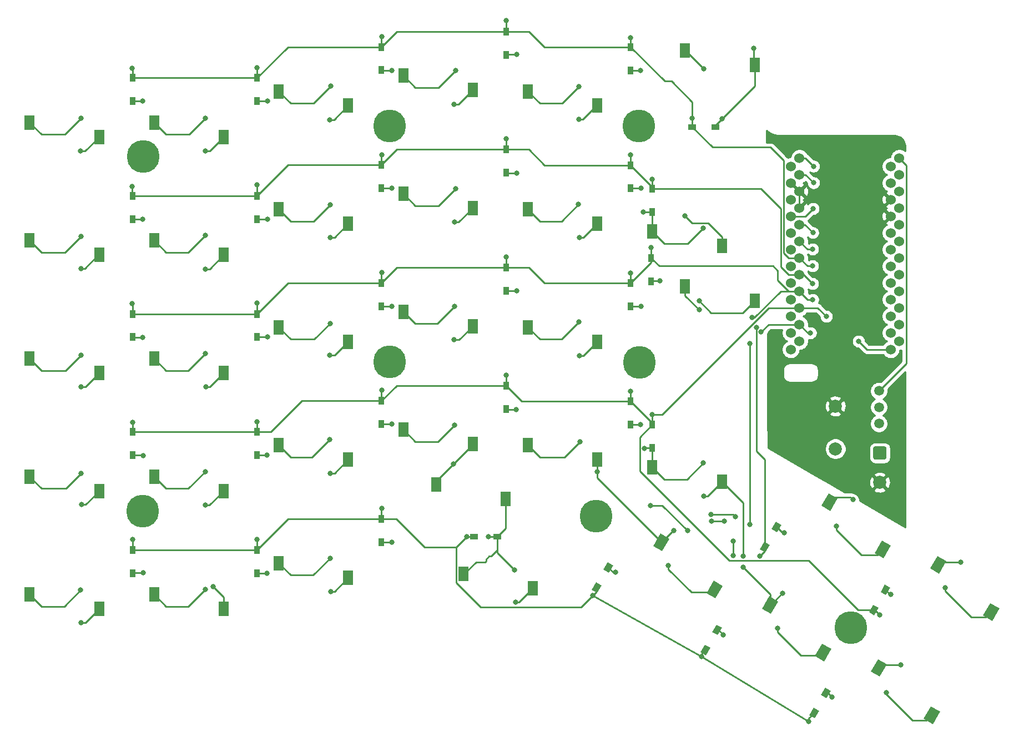
<source format=gbl>
G04 #@! TF.GenerationSoftware,KiCad,Pcbnew,(5.1.9-0-10_14)*
G04 #@! TF.CreationDate,2021-11-12T15:23:44+01:00*
G04 #@! TF.ProjectId,tairakb,74616972-616b-4622-9e6b-696361645f70,1.1*
G04 #@! TF.SameCoordinates,Original*
G04 #@! TF.FileFunction,Copper,L2,Bot*
G04 #@! TF.FilePolarity,Positive*
%FSLAX46Y46*%
G04 Gerber Fmt 4.6, Leading zero omitted, Abs format (unit mm)*
G04 Created by KiCad (PCBNEW (5.1.9-0-10_14)) date 2021-11-12 15:23:44*
%MOMM*%
%LPD*%
G01*
G04 APERTURE LIST*
G04 #@! TA.AperFunction,ComponentPad*
%ADD10C,2.000000*%
G04 #@! TD*
G04 #@! TA.AperFunction,ComponentPad*
%ADD11C,1.500000*%
G04 #@! TD*
G04 #@! TA.AperFunction,SMDPad,CuDef*
%ADD12C,0.100000*%
G04 #@! TD*
G04 #@! TA.AperFunction,SMDPad,CuDef*
%ADD13R,0.950000X1.300000*%
G04 #@! TD*
G04 #@! TA.AperFunction,SMDPad,CuDef*
%ADD14R,1.300000X0.950000*%
G04 #@! TD*
G04 #@! TA.AperFunction,ComponentPad*
%ADD15C,1.524000*%
G04 #@! TD*
G04 #@! TA.AperFunction,ComponentPad*
%ADD16C,5.000000*%
G04 #@! TD*
G04 #@! TA.AperFunction,SMDPad,CuDef*
%ADD17R,1.600000X2.200000*%
G04 #@! TD*
G04 #@! TA.AperFunction,ViaPad*
%ADD18C,0.800000*%
G04 #@! TD*
G04 #@! TA.AperFunction,Conductor*
%ADD19C,0.250000*%
G04 #@! TD*
G04 #@! TA.AperFunction,Conductor*
%ADD20C,0.254000*%
G04 #@! TD*
G04 #@! TA.AperFunction,Conductor*
%ADD21C,0.100000*%
G04 #@! TD*
G04 APERTURE END LIST*
D10*
X202365000Y-107451000D03*
X202365000Y-100951000D03*
D11*
X209000000Y-103600000D03*
X209000000Y-101100000D03*
X209000000Y-98600000D03*
D10*
X209141000Y-112587000D03*
G04 #@! TA.AperFunction,ComponentPad*
G36*
G01*
X208391000Y-107087000D02*
X209891000Y-107087000D01*
G75*
G02*
X210141000Y-107337000I0J-250000D01*
G01*
X210141000Y-108837000D01*
G75*
G02*
X209891000Y-109087000I-250000J0D01*
G01*
X208391000Y-109087000D01*
G75*
G02*
X208141000Y-108837000I0J250000D01*
G01*
X208141000Y-107337000D01*
G75*
G02*
X208391000Y-107087000I250000J0D01*
G01*
G37*
G04 #@! TD.AperFunction*
G04 #@! TA.AperFunction,SMDPad,CuDef*
D12*
G36*
X200983862Y-145485222D02*
G01*
X200161138Y-145010222D01*
X200811138Y-143884388D01*
X201633862Y-144359388D01*
X200983862Y-145485222D01*
G37*
G04 #@! TD.AperFunction*
G04 #@! TA.AperFunction,SMDPad,CuDef*
G36*
X199208862Y-148559612D02*
G01*
X198386138Y-148084612D01*
X199036138Y-146958778D01*
X199858862Y-147433778D01*
X199208862Y-148559612D01*
G37*
G04 #@! TD.AperFunction*
G04 #@! TA.AperFunction,SMDPad,CuDef*
G36*
X210089862Y-129773222D02*
G01*
X209267138Y-129298222D01*
X209917138Y-128172388D01*
X210739862Y-128647388D01*
X210089862Y-129773222D01*
G37*
G04 #@! TD.AperFunction*
G04 #@! TA.AperFunction,SMDPad,CuDef*
G36*
X208314862Y-132847612D02*
G01*
X207492138Y-132372612D01*
X208142138Y-131246778D01*
X208964862Y-131721778D01*
X208314862Y-132847612D01*
G37*
G04 #@! TD.AperFunction*
G04 #@! TA.AperFunction,SMDPad,CuDef*
G36*
X193451862Y-120164222D02*
G01*
X192629138Y-119689222D01*
X193279138Y-118563388D01*
X194101862Y-119038388D01*
X193451862Y-120164222D01*
G37*
G04 #@! TD.AperFunction*
G04 #@! TA.AperFunction,SMDPad,CuDef*
G36*
X191676862Y-123238612D02*
G01*
X190854138Y-122763612D01*
X191504138Y-121637778D01*
X192326862Y-122112778D01*
X191676862Y-123238612D01*
G37*
G04 #@! TD.AperFunction*
G04 #@! TA.AperFunction,SMDPad,CuDef*
G36*
X184391862Y-135883222D02*
G01*
X183569138Y-135408222D01*
X184219138Y-134282388D01*
X185041862Y-134757388D01*
X184391862Y-135883222D01*
G37*
G04 #@! TD.AperFunction*
G04 #@! TA.AperFunction,SMDPad,CuDef*
G36*
X182616862Y-138957612D02*
G01*
X181794138Y-138482612D01*
X182444138Y-137356778D01*
X183266862Y-137831778D01*
X182616862Y-138957612D01*
G37*
G04 #@! TD.AperFunction*
D13*
X174431000Y-107335000D03*
X174431000Y-103785000D03*
X174259000Y-81902000D03*
X174259000Y-78352000D03*
X174431000Y-71335000D03*
X174431000Y-67785000D03*
D14*
X184061000Y-58331000D03*
X180511000Y-58331000D03*
G04 #@! TA.AperFunction,SMDPad,CuDef*
D12*
G36*
X167798862Y-126357222D02*
G01*
X166976138Y-125882222D01*
X167626138Y-124756388D01*
X168448862Y-125231388D01*
X167798862Y-126357222D01*
G37*
G04 #@! TD.AperFunction*
G04 #@! TA.AperFunction,SMDPad,CuDef*
G36*
X166023862Y-129431612D02*
G01*
X165201138Y-128956612D01*
X165851138Y-127830778D01*
X166673862Y-128305778D01*
X166023862Y-129431612D01*
G37*
G04 #@! TD.AperFunction*
D13*
X171132000Y-103727000D03*
X171132000Y-100177000D03*
X171132000Y-85727000D03*
X171132000Y-82177000D03*
X171132000Y-67727000D03*
X171132000Y-64177000D03*
X171132000Y-49727000D03*
X171132000Y-46177000D03*
D14*
X150793000Y-120856000D03*
X147243000Y-120856000D03*
D13*
X152150000Y-101345000D03*
X152150000Y-97795000D03*
X152150000Y-83345000D03*
X152150000Y-79795000D03*
X152150000Y-65345000D03*
X152150000Y-61795000D03*
X152150000Y-47345000D03*
X152150000Y-43795000D03*
X133133000Y-121690000D03*
X133133000Y-118140000D03*
X133133000Y-103690000D03*
X133133000Y-100140000D03*
X133133000Y-85690000D03*
X133133000Y-82140000D03*
X133133000Y-67690000D03*
X133133000Y-64140000D03*
X133133000Y-49690000D03*
X133133000Y-46140000D03*
X114118000Y-126415000D03*
X114118000Y-122865000D03*
X114118000Y-108415000D03*
X114118000Y-104865000D03*
X114118000Y-90415000D03*
X114118000Y-86865000D03*
X114118000Y-72415000D03*
X114118000Y-68865000D03*
X114118000Y-54415000D03*
X114118000Y-50865000D03*
X95118000Y-126415000D03*
X95118000Y-122865000D03*
X95118000Y-108415000D03*
X95118000Y-104865000D03*
X95118000Y-90415000D03*
X95118000Y-86865000D03*
X95118000Y-72415000D03*
X95118000Y-68865000D03*
X95118000Y-54415000D03*
X95118000Y-50865000D03*
D15*
X210795000Y-64363600D03*
X210795000Y-66903600D03*
X210795000Y-69443600D03*
X210795000Y-71983600D03*
X210795000Y-74523600D03*
X210795000Y-77063600D03*
X210795000Y-79603600D03*
X210795000Y-82143600D03*
X210795000Y-84683600D03*
X210795000Y-87223600D03*
X210795000Y-89763600D03*
X210795000Y-92303600D03*
X195555000Y-92303600D03*
X195555000Y-89763600D03*
X195555000Y-87223600D03*
X195555000Y-84683600D03*
X195555000Y-82143600D03*
X195555000Y-79603600D03*
X195555000Y-77063600D03*
X195555000Y-74523600D03*
X195555000Y-71983600D03*
X195555000Y-69443600D03*
X195555000Y-66903600D03*
X195555000Y-64363600D03*
X212101400Y-63093600D03*
X212101400Y-65633600D03*
X212101400Y-68173600D03*
X212101400Y-70713600D03*
X212101400Y-73253600D03*
X212101400Y-75793600D03*
X212101400Y-78333600D03*
X212101400Y-80873600D03*
X212101400Y-83413600D03*
X212101400Y-85953600D03*
X212101400Y-88493600D03*
X212101400Y-91033600D03*
X196881400Y-91033600D03*
X196881400Y-88493600D03*
X196881400Y-85953600D03*
X196881400Y-83413600D03*
X196881400Y-80873600D03*
X196881400Y-78333600D03*
X196881400Y-75793600D03*
X196881400Y-73253600D03*
X196881400Y-70713600D03*
X196881400Y-68173600D03*
X196881400Y-65633600D03*
X196881400Y-63093600D03*
G04 #@! TA.AperFunction,SMDPad,CuDef*
D12*
G36*
X207742309Y-141433078D02*
G01*
X208842309Y-139527822D01*
X210227949Y-140327822D01*
X209127949Y-142233078D01*
X207742309Y-141433078D01*
G37*
G04 #@! TD.AperFunction*
G04 #@! TA.AperFunction,SMDPad,CuDef*
G36*
X215822178Y-148638334D02*
G01*
X216922178Y-146733078D01*
X218307818Y-147533078D01*
X217207818Y-149438334D01*
X215822178Y-148638334D01*
G37*
G04 #@! TD.AperFunction*
G04 #@! TA.AperFunction,SMDPad,CuDef*
G36*
X200242309Y-116153078D02*
G01*
X201342309Y-114247822D01*
X202727949Y-115047822D01*
X201627949Y-116953078D01*
X200242309Y-116153078D01*
G37*
G04 #@! TD.AperFunction*
G04 #@! TA.AperFunction,SMDPad,CuDef*
G36*
X208322178Y-123358334D02*
G01*
X209422178Y-121453078D01*
X210807818Y-122253078D01*
X209707818Y-124158334D01*
X208322178Y-123358334D01*
G37*
G04 #@! TD.AperFunction*
D16*
X172365000Y-58174000D03*
X134379000Y-94204000D03*
X204723000Y-134762000D03*
X165870000Y-117730000D03*
X172463000Y-94248000D03*
X96694000Y-116997000D03*
X134342000Y-58240000D03*
X96755000Y-62896000D03*
D17*
X156241000Y-128760000D03*
X145641000Y-126560000D03*
X128045000Y-55113000D03*
X117445000Y-52913000D03*
G04 #@! TA.AperFunction,SMDPad,CuDef*
D12*
G36*
X216812309Y-125715078D02*
G01*
X217912309Y-123809822D01*
X219297949Y-124609822D01*
X218197949Y-126515078D01*
X216812309Y-125715078D01*
G37*
G04 #@! TD.AperFunction*
G04 #@! TA.AperFunction,SMDPad,CuDef*
G36*
X224892178Y-132920334D02*
G01*
X225992178Y-131015078D01*
X227377818Y-131815078D01*
X226277818Y-133720334D01*
X224892178Y-132920334D01*
G37*
G04 #@! TD.AperFunction*
G04 #@! TA.AperFunction,SMDPad,CuDef*
G36*
X191172309Y-131864078D02*
G01*
X192272309Y-129958822D01*
X193657949Y-130758822D01*
X192557949Y-132664078D01*
X191172309Y-131864078D01*
G37*
G04 #@! TD.AperFunction*
G04 #@! TA.AperFunction,SMDPad,CuDef*
G36*
X199252178Y-139069334D02*
G01*
X200352178Y-137164078D01*
X201737818Y-137964078D01*
X200637818Y-139869334D01*
X199252178Y-139069334D01*
G37*
G04 #@! TD.AperFunction*
D17*
X185045000Y-112494000D03*
X174445000Y-110294000D03*
X179445000Y-82694000D03*
X190045000Y-84894000D03*
X185045000Y-76494000D03*
X174445000Y-74294000D03*
X179445000Y-46694000D03*
X190045000Y-48894000D03*
G04 #@! TA.AperFunction,SMDPad,CuDef*
D12*
G36*
X174587309Y-122279078D02*
G01*
X175687309Y-120373822D01*
X177072949Y-121173822D01*
X175972949Y-123079078D01*
X174587309Y-122279078D01*
G37*
G04 #@! TD.AperFunction*
G04 #@! TA.AperFunction,SMDPad,CuDef*
G36*
X182667178Y-129484334D02*
G01*
X183767178Y-127579078D01*
X185152818Y-128379078D01*
X184052818Y-130284334D01*
X182667178Y-129484334D01*
G37*
G04 #@! TD.AperFunction*
D17*
X166045000Y-109113000D03*
X155445000Y-106913000D03*
X166045000Y-91113000D03*
X155445000Y-88913000D03*
X166045000Y-73113000D03*
X155445000Y-70913000D03*
X166045000Y-55113000D03*
X155445000Y-52913000D03*
X141445000Y-112932000D03*
X152045000Y-115132000D03*
X147045000Y-106732000D03*
X136445000Y-104532000D03*
X147045000Y-88732000D03*
X136445000Y-86532000D03*
X147045000Y-70732000D03*
X136445000Y-68532000D03*
X147045000Y-52732000D03*
X136445000Y-50532000D03*
X128045000Y-127113000D03*
X117445000Y-124913000D03*
X128045000Y-109113000D03*
X117445000Y-106913000D03*
X128045000Y-91113000D03*
X117445000Y-88913000D03*
X128045000Y-73113000D03*
X117445000Y-70913000D03*
X109045000Y-131875000D03*
X98445000Y-129675000D03*
X109045000Y-113875000D03*
X98445000Y-111675000D03*
X109045000Y-95875000D03*
X98445000Y-93675000D03*
X109045000Y-77875000D03*
X98445000Y-75675000D03*
X109045000Y-59875000D03*
X98445000Y-57675000D03*
X90045000Y-131875000D03*
X79445000Y-129675000D03*
X90045000Y-113875000D03*
X79445000Y-111675000D03*
X90045000Y-95875000D03*
X79445000Y-93675000D03*
X90045000Y-77875000D03*
X79445000Y-75675000D03*
X90045000Y-59875000D03*
X79445000Y-57675000D03*
D18*
X212330147Y-140392770D03*
X221511651Y-124733323D03*
X205028773Y-115223274D03*
X95097000Y-67449000D03*
X114127000Y-67215000D03*
X133137000Y-62595000D03*
X152155000Y-60186000D03*
X171125000Y-62625000D03*
X174424000Y-66328000D03*
X198878000Y-82255000D03*
X95096000Y-85328000D03*
X114093000Y-85215000D03*
X133137000Y-80561000D03*
X152125000Y-78219000D03*
X190863000Y-123789000D03*
X171126000Y-80635000D03*
X174239000Y-76784000D03*
X189637000Y-87429000D03*
X190293000Y-88914000D03*
X198903600Y-84683600D03*
X95152000Y-103411000D03*
X114130000Y-103355000D03*
X133137000Y-98529000D03*
X152123000Y-96233000D03*
X209150000Y-132813000D03*
X171127000Y-98677000D03*
X174432000Y-102218000D03*
X200974000Y-87266000D03*
X95152000Y-121284000D03*
X114131000Y-121252000D03*
X133137000Y-116540000D03*
X146160000Y-120863000D03*
X165319000Y-129858000D03*
X181937000Y-139163000D03*
X198321000Y-149040000D03*
X191042939Y-89648000D03*
X189331000Y-91386000D03*
X189305000Y-119011000D03*
X186749000Y-121516000D03*
X186749000Y-123766000D03*
X198571000Y-89772000D03*
X198980000Y-70801000D03*
X87162000Y-62041000D03*
X87274336Y-79974797D03*
X87273920Y-97974803D03*
X87332717Y-115973170D03*
X87281993Y-133974676D03*
X106264000Y-116051000D03*
X106301624Y-97974239D03*
X106260000Y-80018000D03*
X106261095Y-61974940D03*
X107435000Y-128490000D03*
X185426654Y-118522654D03*
X183448487Y-118450210D03*
X125345079Y-129210616D03*
X125272441Y-111212823D03*
X125195208Y-93212412D03*
X125269643Y-75212858D03*
X125230000Y-57265000D03*
X187149307Y-117825307D03*
X183423047Y-117450532D03*
X144107000Y-109755000D03*
X144182069Y-90831059D03*
X144287000Y-72878000D03*
X144211000Y-54929000D03*
X153619000Y-130883000D03*
X179795000Y-119934000D03*
X174144000Y-116085000D03*
X177746276Y-119916724D03*
X165991999Y-110938001D03*
X163332000Y-93289000D03*
X163296079Y-75212380D03*
X163258401Y-57212959D03*
X194281776Y-129452224D03*
X182299000Y-114683000D03*
X182249000Y-49490000D03*
X188270000Y-125477000D03*
X188270000Y-123789001D03*
X181581499Y-86260499D03*
X179445000Y-71953000D03*
X198878000Y-76988000D03*
X198929000Y-74483000D03*
X199031000Y-66864000D03*
X199031000Y-64358000D03*
X205883000Y-91052000D03*
X95097000Y-49361000D03*
X114127000Y-49289000D03*
X133135000Y-44536000D03*
X152152000Y-42089000D03*
X171125000Y-44738000D03*
X180510000Y-56992000D03*
X198878000Y-79545000D03*
X87325000Y-56989000D03*
X96726000Y-54413000D03*
X87279000Y-75042000D03*
X96671000Y-72387000D03*
X87278000Y-93135000D03*
X96671000Y-90434000D03*
X87278000Y-111211000D03*
X96727000Y-108463000D03*
X87224000Y-129023000D03*
X96782000Y-126390000D03*
X106260000Y-57008000D03*
X115760000Y-54410000D03*
X106260000Y-74860000D03*
X115760000Y-72410000D03*
X106226000Y-92941000D03*
X115726000Y-90410000D03*
X106226000Y-110930000D03*
X115688000Y-108439000D03*
X106226000Y-128934000D03*
X115653000Y-126410000D03*
X125379000Y-52107000D03*
X134731000Y-49695000D03*
X125306000Y-70223000D03*
X134695000Y-67679000D03*
X125270000Y-88317000D03*
X134696000Y-85719000D03*
X125233000Y-106053000D03*
X134733000Y-103688000D03*
X125270000Y-124178000D03*
X134733000Y-121698000D03*
X144396000Y-49771000D03*
X153785000Y-47322000D03*
X144399000Y-67794000D03*
X153751000Y-65381000D03*
X144294000Y-85716000D03*
X153758000Y-83378000D03*
X144255000Y-103854000D03*
X153644000Y-101428000D03*
X149426000Y-120863000D03*
X153396000Y-125947000D03*
X163258000Y-52177000D03*
X172647000Y-49727000D03*
X163183000Y-70121000D03*
X172721000Y-67709000D03*
X163221000Y-88131000D03*
X172722000Y-85719000D03*
X163371000Y-106359000D03*
X172649000Y-103725000D03*
X176897000Y-125256000D03*
X168844000Y-126295000D03*
X189862000Y-46378000D03*
X185043501Y-57108501D03*
X182180000Y-73754000D03*
X173088000Y-71338000D03*
X181587000Y-84911000D03*
X175575000Y-81868000D03*
X182225000Y-109598000D03*
X173244000Y-107377000D03*
X185277000Y-135823000D03*
X193552000Y-134821000D03*
X202553000Y-119262000D03*
X194574000Y-120264000D03*
X219133000Y-128619000D03*
X210857000Y-129658000D03*
X201810000Y-145328000D03*
X210160000Y-144660000D03*
D19*
X209472809Y-140392770D02*
X208985129Y-140880450D01*
X212330147Y-140392770D02*
X209472809Y-140392770D01*
X218484256Y-124733323D02*
X218055129Y-125162450D01*
X221511651Y-124733323D02*
X218484256Y-124733323D01*
X202262304Y-114823275D02*
X201485129Y-115600450D01*
X204628774Y-114823275D02*
X202262304Y-114823275D01*
X205028773Y-115223274D02*
X204628774Y-114823275D01*
X95097000Y-68844000D02*
X95118000Y-68865000D01*
X95097000Y-67449000D02*
X95097000Y-68844000D01*
X114118000Y-67224000D02*
X114127000Y-67215000D01*
X114118000Y-68865000D02*
X114118000Y-67224000D01*
X133133000Y-62599000D02*
X133137000Y-62595000D01*
X133133000Y-64140000D02*
X133133000Y-62599000D01*
X152150000Y-60191000D02*
X152155000Y-60186000D01*
X152150000Y-61795000D02*
X152150000Y-60191000D01*
X171132000Y-62632000D02*
X171125000Y-62625000D01*
X171132000Y-64177000D02*
X171132000Y-62632000D01*
X174424000Y-67778000D02*
X174431000Y-67785000D01*
X174424000Y-66328000D02*
X174424000Y-67778000D01*
X174431000Y-67476000D02*
X171132000Y-64177000D01*
X174431000Y-67785000D02*
X174431000Y-67476000D01*
X155585998Y-61795000D02*
X152150000Y-61795000D01*
X157967998Y-64177000D02*
X155585998Y-61795000D01*
X171132000Y-64177000D02*
X157967998Y-64177000D01*
X135478000Y-61795000D02*
X133133000Y-64140000D01*
X152150000Y-61795000D02*
X135478000Y-61795000D01*
X118843000Y-64140000D02*
X114118000Y-68865000D01*
X133133000Y-64140000D02*
X118843000Y-64140000D01*
X114118000Y-68865000D02*
X95118000Y-68865000D01*
X191015000Y-67785000D02*
X174431000Y-67785000D01*
X194014990Y-70784990D02*
X191015000Y-67785000D01*
X194014990Y-79672352D02*
X194014990Y-70784990D01*
X195216238Y-80873600D02*
X194014990Y-79672352D01*
X196881400Y-80873600D02*
X195216238Y-80873600D01*
X197496600Y-80873600D02*
X196881400Y-80873600D01*
X198878000Y-82255000D02*
X197496600Y-80873600D01*
X95118000Y-85350000D02*
X95096000Y-85328000D01*
X95118000Y-86865000D02*
X95118000Y-85350000D01*
X114118000Y-85240000D02*
X114093000Y-85215000D01*
X114118000Y-86865000D02*
X114118000Y-85240000D01*
X133133000Y-80565000D02*
X133137000Y-80561000D01*
X133133000Y-82140000D02*
X133133000Y-80565000D01*
X152150000Y-78244000D02*
X152125000Y-78219000D01*
X152150000Y-79795000D02*
X152150000Y-78244000D01*
X191590500Y-123061500D02*
X190863000Y-123789000D01*
X191590500Y-122438195D02*
X191590500Y-123061500D01*
X171126000Y-82171000D02*
X171132000Y-82177000D01*
X171126000Y-80635000D02*
X171126000Y-82171000D01*
X174259000Y-76804000D02*
X174239000Y-76784000D01*
X174259000Y-78352000D02*
X174259000Y-76804000D01*
X174259000Y-79050000D02*
X171132000Y-82177000D01*
X174259000Y-78352000D02*
X174259000Y-79050000D01*
X155585998Y-79795000D02*
X152150000Y-79795000D01*
X157967998Y-82177000D02*
X155585998Y-79795000D01*
X171132000Y-82177000D02*
X157967998Y-82177000D01*
X135478000Y-79795000D02*
X133133000Y-82140000D01*
X152150000Y-79795000D02*
X135478000Y-79795000D01*
X118843000Y-82140000D02*
X114118000Y-86865000D01*
X133133000Y-82140000D02*
X118843000Y-82140000D01*
X114118000Y-86865000D02*
X95118000Y-86865000D01*
X195216238Y-83413600D02*
X193564980Y-81762342D01*
X196881400Y-83413600D02*
X195216238Y-83413600D01*
X193564980Y-81762342D02*
X193564980Y-80303980D01*
X193564980Y-80303980D02*
X192837000Y-79576000D01*
X175483000Y-79576000D02*
X174259000Y-78352000D01*
X192837000Y-79576000D02*
X175483000Y-79576000D01*
X189995002Y-87429000D02*
X189637000Y-87429000D01*
X194010402Y-83413600D02*
X189995002Y-87429000D01*
X196881400Y-83413600D02*
X194010402Y-83413600D01*
X190293000Y-88914000D02*
X190293000Y-107818000D01*
X191590500Y-109115500D02*
X191590500Y-122438195D01*
X190293000Y-107818000D02*
X191590500Y-109115500D01*
X198151400Y-84683600D02*
X198903600Y-84683600D01*
X196881400Y-83413600D02*
X198151400Y-84683600D01*
X95152000Y-104831000D02*
X95118000Y-104865000D01*
X95152000Y-103411000D02*
X95152000Y-104831000D01*
X114130000Y-104853000D02*
X114118000Y-104865000D01*
X114130000Y-103355000D02*
X114130000Y-104853000D01*
X133133000Y-98533000D02*
X133137000Y-98529000D01*
X133133000Y-100140000D02*
X133133000Y-98533000D01*
X152150000Y-96260000D02*
X152123000Y-96233000D01*
X152150000Y-97795000D02*
X152150000Y-96260000D01*
X208384195Y-132047195D02*
X209150000Y-132813000D01*
X208228500Y-132047195D02*
X208384195Y-132047195D01*
X171132000Y-98682000D02*
X171127000Y-98677000D01*
X171132000Y-100177000D02*
X171132000Y-98682000D01*
X174432000Y-103784000D02*
X174431000Y-103785000D01*
X174432000Y-102218000D02*
X174432000Y-103784000D01*
X174431000Y-103476000D02*
X171132000Y-100177000D01*
X174431000Y-103785000D02*
X174431000Y-103476000D01*
X154532000Y-100177000D02*
X152150000Y-97795000D01*
X171132000Y-100177000D02*
X154532000Y-100177000D01*
X135478000Y-97795000D02*
X133133000Y-100140000D01*
X152150000Y-97795000D02*
X135478000Y-97795000D01*
X116279998Y-104865000D02*
X114118000Y-104865000D01*
X121004998Y-100140000D02*
X116279998Y-104865000D01*
X133133000Y-100140000D02*
X121004998Y-100140000D01*
X114118000Y-104865000D02*
X95118000Y-104865000D01*
X172518999Y-105697001D02*
X174431000Y-103785000D01*
X172518999Y-110853001D02*
X172518999Y-105697001D01*
X186179999Y-124514001D02*
X172518999Y-110853001D01*
X198316345Y-124514001D02*
X186179999Y-124514001D01*
X205849539Y-132047195D02*
X198316345Y-124514001D01*
X208228500Y-132047195D02*
X205849539Y-132047195D01*
X192198402Y-85953600D02*
X175934002Y-102218000D01*
X175934002Y-102218000D02*
X174432000Y-102218000D01*
X196881400Y-85953600D02*
X192198402Y-85953600D01*
X199661600Y-85953600D02*
X196881400Y-85953600D01*
X200974000Y-87266000D02*
X199661600Y-85953600D01*
X95118000Y-121318000D02*
X95152000Y-121284000D01*
X95118000Y-122865000D02*
X95118000Y-121318000D01*
X114131000Y-122852000D02*
X114118000Y-122865000D01*
X114131000Y-121252000D02*
X114131000Y-122852000D01*
X133133000Y-116544000D02*
X133137000Y-116540000D01*
X133133000Y-118140000D02*
X133133000Y-116544000D01*
X147236000Y-120863000D02*
X147243000Y-120856000D01*
X146160000Y-120863000D02*
X147236000Y-120863000D01*
X165937500Y-129239500D02*
X165319000Y-129858000D01*
X165937500Y-128631195D02*
X165937500Y-129239500D01*
X181937000Y-138750695D02*
X182530500Y-138157195D01*
X181937000Y-139163000D02*
X181937000Y-138750695D01*
X198321000Y-148560695D02*
X199122500Y-147759195D01*
X198321000Y-149040000D02*
X198321000Y-148560695D01*
X198321000Y-149040000D02*
X181937000Y-139163000D01*
X181937000Y-139163000D02*
X165319000Y-129858000D01*
X144515999Y-122507001D02*
X146160000Y-120863000D01*
X148203999Y-131608001D02*
X144515999Y-127920001D01*
X144515999Y-127920001D02*
X144515999Y-122507001D01*
X163568999Y-131608001D02*
X148203999Y-131608001D01*
X165319000Y-129858000D02*
X163568999Y-131608001D01*
X135354002Y-118140000D02*
X133133000Y-118140000D01*
X139721003Y-122507001D02*
X135354002Y-118140000D01*
X144515999Y-122507001D02*
X139721003Y-122507001D01*
X118843000Y-118140000D02*
X114118000Y-122865000D01*
X133133000Y-118140000D02*
X118843000Y-118140000D01*
X114118000Y-122865000D02*
X95118000Y-122865000D01*
X199289389Y-147592306D02*
X199122500Y-147759195D01*
X192197339Y-88493600D02*
X191042939Y-89648000D01*
X196881400Y-88493600D02*
X192197339Y-88493600D01*
X189331000Y-118985000D02*
X189305000Y-119011000D01*
X189331000Y-91386000D02*
X189331000Y-118985000D01*
X186749000Y-121516000D02*
X186749000Y-123766000D01*
X198159800Y-89772000D02*
X196881400Y-88493600D01*
X198571000Y-89772000D02*
X198159800Y-89772000D01*
X196881400Y-68173600D02*
X196881400Y-70713600D01*
X197797400Y-71983600D02*
X195555000Y-71983600D01*
X198980000Y-70801000D02*
X197797400Y-71983600D01*
X87879000Y-62041000D02*
X90045000Y-59875000D01*
X87162000Y-62041000D02*
X87879000Y-62041000D01*
X87846205Y-79974797D02*
X89946002Y-77875000D01*
X89946002Y-77875000D02*
X90045000Y-77875000D01*
X87274336Y-79974797D02*
X87846205Y-79974797D01*
X87945197Y-97974803D02*
X90045000Y-95875000D01*
X87273920Y-97974803D02*
X87945197Y-97974803D01*
X87946830Y-115973170D02*
X90045000Y-113875000D01*
X87332717Y-115973170D02*
X87946830Y-115973170D01*
X87945324Y-133974676D02*
X90045000Y-131875000D01*
X87281993Y-133974676D02*
X87945324Y-133974676D01*
X106869000Y-116051000D02*
X109045000Y-113875000D01*
X106264000Y-116051000D02*
X106869000Y-116051000D01*
X106945761Y-97974239D02*
X109045000Y-95875000D01*
X106301624Y-97974239D02*
X106945761Y-97974239D01*
X106902000Y-80018000D02*
X109045000Y-77875000D01*
X106260000Y-80018000D02*
X106902000Y-80018000D01*
X106945060Y-61974940D02*
X109045000Y-59875000D01*
X106261095Y-61974940D02*
X106945060Y-61974940D01*
X109045000Y-130100000D02*
X109045000Y-131875000D01*
X107435000Y-128490000D02*
X109045000Y-130100000D01*
X185426654Y-118522654D02*
X183472346Y-118522654D01*
X183472346Y-118474069D02*
X183448487Y-118450210D01*
X183472346Y-118522654D02*
X183472346Y-118474069D01*
X125947384Y-129210616D02*
X128045000Y-127113000D01*
X125345079Y-129210616D02*
X125947384Y-129210616D01*
X125945177Y-111212823D02*
X128045000Y-109113000D01*
X125272441Y-111212823D02*
X125945177Y-111212823D01*
X125945588Y-93212412D02*
X128045000Y-91113000D01*
X125195208Y-93212412D02*
X125945588Y-93212412D01*
X125945142Y-75212858D02*
X128045000Y-73113000D01*
X125269643Y-75212858D02*
X125945142Y-75212858D01*
X125893000Y-57265000D02*
X128045000Y-55113000D01*
X125230000Y-57265000D02*
X125893000Y-57265000D01*
X186774532Y-117450532D02*
X183423047Y-117450532D01*
X187149307Y-117825307D02*
X186774532Y-117450532D01*
X147045000Y-106817000D02*
X144107000Y-109755000D01*
X147045000Y-106732000D02*
X147045000Y-106817000D01*
X144945941Y-90831059D02*
X147045000Y-88732000D01*
X144182069Y-90831059D02*
X144945941Y-90831059D01*
X144899000Y-72878000D02*
X147045000Y-70732000D01*
X144287000Y-72878000D02*
X144899000Y-72878000D01*
X144848000Y-54929000D02*
X147045000Y-52732000D01*
X144211000Y-54929000D02*
X144848000Y-54929000D01*
X141445000Y-112417000D02*
X144107000Y-109755000D01*
X141445000Y-112932000D02*
X141445000Y-112417000D01*
X154118000Y-130883000D02*
X153619000Y-130883000D01*
X156241000Y-128760000D02*
X154118000Y-130883000D01*
X175946000Y-116085000D02*
X174144000Y-116085000D01*
X179795000Y-119934000D02*
X175946000Y-116085000D01*
X177639855Y-119916724D02*
X177746276Y-119916724D01*
X175830129Y-121726450D02*
X177639855Y-119916724D01*
X166045000Y-109113000D02*
X166045000Y-110885000D01*
X166045000Y-110885000D02*
X165991999Y-110938001D01*
X163869000Y-93289000D02*
X166045000Y-91113000D01*
X163332000Y-93289000D02*
X163869000Y-93289000D01*
X163945620Y-75212380D02*
X166045000Y-73113000D01*
X163296079Y-75212380D02*
X163945620Y-75212380D01*
X165924045Y-55113000D02*
X166045000Y-55113000D01*
X163824086Y-57212959D02*
X165924045Y-55113000D01*
X163258401Y-57212959D02*
X163824086Y-57212959D01*
X165991999Y-111888320D02*
X165991999Y-110938001D01*
X175830129Y-121726450D02*
X165991999Y-111888320D01*
X194274355Y-129452224D02*
X194281776Y-129452224D01*
X192415129Y-131311450D02*
X194274355Y-129452224D01*
X182856000Y-114683000D02*
X185045000Y-112494000D01*
X182299000Y-114683000D02*
X182856000Y-114683000D01*
X179445000Y-82694000D02*
X179445000Y-82675000D01*
X185045000Y-76494000D02*
X185045000Y-77075000D01*
X179453000Y-46694000D02*
X182249000Y-49490000D01*
X179445000Y-46694000D02*
X179453000Y-46694000D01*
X192415129Y-129622129D02*
X188270000Y-125477000D01*
X192415129Y-131311450D02*
X192415129Y-129622129D01*
X188270000Y-115719000D02*
X185045000Y-112494000D01*
X188270000Y-123789001D02*
X188270000Y-115719000D01*
X179445000Y-82694000D02*
X179445000Y-84124000D01*
X179445000Y-84124000D02*
X181581499Y-86260499D01*
X180520999Y-73028999D02*
X179445000Y-71953000D01*
X182929999Y-73028999D02*
X180520999Y-73028999D01*
X185045000Y-75144000D02*
X182929999Y-73028999D01*
X185045000Y-76494000D02*
X185045000Y-75144000D01*
X198075800Y-76988000D02*
X196881400Y-75793600D01*
X198878000Y-76988000D02*
X198075800Y-76988000D01*
X197699600Y-73253600D02*
X196881400Y-73253600D01*
X198929000Y-74483000D02*
X197699600Y-73253600D01*
X197800600Y-65633600D02*
X196881400Y-65633600D01*
X199031000Y-66864000D02*
X197800600Y-65633600D01*
X197766600Y-63093600D02*
X196881400Y-63093600D01*
X199031000Y-64358000D02*
X197766600Y-63093600D01*
X213188401Y-94411599D02*
X209000000Y-98600000D01*
X213188401Y-64180601D02*
X213188401Y-94411599D01*
X212101400Y-63093600D02*
X213188401Y-64180601D01*
X207134600Y-92303600D02*
X210795000Y-92303600D01*
X205883000Y-91052000D02*
X207134600Y-92303600D01*
X95118000Y-49382000D02*
X95097000Y-49361000D01*
X95118000Y-50865000D02*
X95118000Y-49382000D01*
X114118000Y-49298000D02*
X114127000Y-49289000D01*
X114118000Y-50865000D02*
X114118000Y-49298000D01*
X133133000Y-44538000D02*
X133135000Y-44536000D01*
X133133000Y-46140000D02*
X133133000Y-44538000D01*
X152150000Y-42091000D02*
X152152000Y-42089000D01*
X152150000Y-43795000D02*
X152150000Y-42091000D01*
X171132000Y-44745000D02*
X171125000Y-44738000D01*
X171132000Y-46177000D02*
X171132000Y-44745000D01*
X180510000Y-58330000D02*
X180511000Y-58331000D01*
X180510000Y-56992000D02*
X180510000Y-58330000D01*
X95118000Y-50865000D02*
X114118000Y-50865000D01*
X118843000Y-46140000D02*
X114118000Y-50865000D01*
X133133000Y-46140000D02*
X118843000Y-46140000D01*
X135478000Y-43795000D02*
X133133000Y-46140000D01*
X152150000Y-43795000D02*
X135478000Y-43795000D01*
X155585998Y-43795000D02*
X152150000Y-43795000D01*
X157967998Y-46177000D02*
X155585998Y-43795000D01*
X171132000Y-46177000D02*
X157967998Y-46177000D01*
X180511000Y-54546998D02*
X177333001Y-51368999D01*
X176323999Y-51368999D02*
X171132000Y-46177000D01*
X177333001Y-51368999D02*
X176323999Y-51368999D01*
X180511000Y-58331000D02*
X180511000Y-54546998D01*
X195216238Y-78333600D02*
X194465000Y-77582362D01*
X196881400Y-78333600D02*
X195216238Y-78333600D01*
X194465000Y-77582362D02*
X194465000Y-63469000D01*
X194465000Y-63469000D02*
X192459000Y-61463000D01*
X183643000Y-61463000D02*
X180511000Y-58331000D01*
X192459000Y-61463000D02*
X183643000Y-61463000D01*
X198092800Y-79545000D02*
X196881400Y-78333600D01*
X198878000Y-79545000D02*
X198092800Y-79545000D01*
X81270001Y-59500001D02*
X84813999Y-59500001D01*
X84813999Y-59500001D02*
X87325000Y-56989000D01*
X79445000Y-57675000D02*
X81270001Y-59500001D01*
X96724000Y-54415000D02*
X96726000Y-54413000D01*
X95118000Y-54415000D02*
X96724000Y-54415000D01*
X84820999Y-77500001D02*
X87279000Y-75042000D01*
X81270001Y-77500001D02*
X84820999Y-77500001D01*
X79445000Y-75675000D02*
X81270001Y-77500001D01*
X95146000Y-72387000D02*
X95118000Y-72415000D01*
X96671000Y-72387000D02*
X95146000Y-72387000D01*
X84912999Y-95500001D02*
X87278000Y-93135000D01*
X81270001Y-95500001D02*
X84912999Y-95500001D01*
X79445000Y-93675000D02*
X81270001Y-95500001D01*
X95137000Y-90434000D02*
X95118000Y-90415000D01*
X96671000Y-90434000D02*
X95137000Y-90434000D01*
X84988999Y-113500001D02*
X87278000Y-111211000D01*
X81270001Y-113500001D02*
X84988999Y-113500001D01*
X79445000Y-111675000D02*
X81270001Y-113500001D01*
X96679000Y-108415000D02*
X96727000Y-108463000D01*
X95118000Y-108415000D02*
X96679000Y-108415000D01*
X84746999Y-131500001D02*
X87224000Y-129023000D01*
X81270001Y-131500001D02*
X84746999Y-131500001D01*
X79445000Y-129675000D02*
X81270001Y-131500001D01*
X95143000Y-126390000D02*
X95118000Y-126415000D01*
X96782000Y-126390000D02*
X95143000Y-126390000D01*
X100270001Y-59500001D02*
X103767999Y-59500001D01*
X103767999Y-59500001D02*
X106260000Y-57008000D01*
X98445000Y-57675000D02*
X100270001Y-59500001D01*
X114123000Y-54410000D02*
X114118000Y-54415000D01*
X115760000Y-54410000D02*
X114123000Y-54410000D01*
X103619999Y-77500001D02*
X106260000Y-74860000D01*
X100270001Y-77500001D02*
X103619999Y-77500001D01*
X98445000Y-75675000D02*
X100270001Y-77500001D01*
X114123000Y-72410000D02*
X114118000Y-72415000D01*
X115760000Y-72410000D02*
X114123000Y-72410000D01*
X103666999Y-95500001D02*
X106226000Y-92941000D01*
X100270001Y-95500001D02*
X103666999Y-95500001D01*
X98445000Y-93675000D02*
X100270001Y-95500001D01*
X114123000Y-90410000D02*
X114118000Y-90415000D01*
X115726000Y-90410000D02*
X114123000Y-90410000D01*
X103655999Y-113500001D02*
X106226000Y-110930000D01*
X100270001Y-113500001D02*
X103655999Y-113500001D01*
X98445000Y-111675000D02*
X100270001Y-113500001D01*
X115664000Y-108415000D02*
X115688000Y-108439000D01*
X114118000Y-108415000D02*
X115664000Y-108415000D01*
X103659999Y-131500001D02*
X106226000Y-128934000D01*
X100270001Y-131500001D02*
X103659999Y-131500001D01*
X98445000Y-129675000D02*
X100270001Y-131500001D01*
X115648000Y-126415000D02*
X115653000Y-126410000D01*
X114118000Y-126415000D02*
X115648000Y-126415000D01*
X122747999Y-54738001D02*
X125379000Y-52107000D01*
X119270001Y-54738001D02*
X122747999Y-54738001D01*
X117445000Y-52913000D02*
X119270001Y-54738001D01*
X133138000Y-49695000D02*
X133133000Y-49690000D01*
X134731000Y-49695000D02*
X133138000Y-49695000D01*
X122790999Y-72738001D02*
X125306000Y-70223000D01*
X119270001Y-72738001D02*
X122790999Y-72738001D01*
X117445000Y-70913000D02*
X119270001Y-72738001D01*
X133144000Y-67679000D02*
X133133000Y-67690000D01*
X134695000Y-67679000D02*
X133144000Y-67679000D01*
X122848999Y-90738001D02*
X125270000Y-88317000D01*
X119270001Y-90738001D02*
X122848999Y-90738001D01*
X117445000Y-88913000D02*
X119270001Y-90738001D01*
X133162000Y-85719000D02*
X133133000Y-85690000D01*
X134696000Y-85719000D02*
X133162000Y-85719000D01*
X122547999Y-108738001D02*
X125233000Y-106053000D01*
X119270001Y-108738001D02*
X122547999Y-108738001D01*
X117445000Y-106913000D02*
X119270001Y-108738001D01*
X133135000Y-103688000D02*
X133133000Y-103690000D01*
X134733000Y-103688000D02*
X133135000Y-103688000D01*
X119270001Y-126738001D02*
X122709999Y-126738001D01*
X122709999Y-126738001D02*
X125270000Y-124178000D01*
X117445000Y-124913000D02*
X119270001Y-126738001D01*
X133141000Y-121698000D02*
X133133000Y-121690000D01*
X134733000Y-121698000D02*
X133141000Y-121698000D01*
X141809999Y-52357001D02*
X144396000Y-49771000D01*
X138270001Y-52357001D02*
X141809999Y-52357001D01*
X136445000Y-50532000D02*
X138270001Y-52357001D01*
X152173000Y-47322000D02*
X152150000Y-47345000D01*
X153785000Y-47322000D02*
X152173000Y-47322000D01*
X138270001Y-70357001D02*
X141835999Y-70357001D01*
X141835999Y-70357001D02*
X144399000Y-67794000D01*
X136445000Y-68532000D02*
X138270001Y-70357001D01*
X152186000Y-65381000D02*
X152150000Y-65345000D01*
X153751000Y-65381000D02*
X152186000Y-65381000D01*
X141652999Y-88357001D02*
X144294000Y-85716000D01*
X138270001Y-88357001D02*
X141652999Y-88357001D01*
X136445000Y-86532000D02*
X138270001Y-88357001D01*
X152183000Y-83378000D02*
X152150000Y-83345000D01*
X153758000Y-83378000D02*
X152183000Y-83378000D01*
X141751999Y-106357001D02*
X144255000Y-103854000D01*
X138270001Y-106357001D02*
X141751999Y-106357001D01*
X136445000Y-104532000D02*
X138270001Y-106357001D01*
X152233000Y-101428000D02*
X152150000Y-101345000D01*
X153644000Y-101428000D02*
X152233000Y-101428000D01*
X152045000Y-119604000D02*
X150793000Y-120856000D01*
X152045000Y-115132000D02*
X152045000Y-119604000D01*
X150786000Y-120863000D02*
X150793000Y-120856000D01*
X149426000Y-120863000D02*
X150786000Y-120863000D01*
X150793000Y-122925002D02*
X150793000Y-120856000D01*
X149861001Y-123857001D02*
X150793000Y-122925002D01*
X149548999Y-123857001D02*
X149861001Y-123857001D01*
X149092000Y-124573000D02*
X149092000Y-124314000D01*
X149092000Y-124314000D02*
X149548999Y-123857001D01*
X148930001Y-124734999D02*
X149092000Y-124573000D01*
X147564999Y-124734999D02*
X148930001Y-124734999D01*
X145739998Y-126560000D02*
X147564999Y-124734999D01*
X145641000Y-126560000D02*
X145739998Y-126560000D01*
X150793000Y-123344000D02*
X150793000Y-122925002D01*
X153396000Y-125947000D02*
X150793000Y-123344000D01*
X160696999Y-54738001D02*
X163258000Y-52177000D01*
X157270001Y-54738001D02*
X160696999Y-54738001D01*
X155445000Y-52913000D02*
X157270001Y-54738001D01*
X172647000Y-49727000D02*
X171132000Y-49727000D01*
X160565999Y-72738001D02*
X163183000Y-70121000D01*
X157270001Y-72738001D02*
X160565999Y-72738001D01*
X155445000Y-70913000D02*
X157270001Y-72738001D01*
X171150000Y-67709000D02*
X171132000Y-67727000D01*
X172721000Y-67709000D02*
X171150000Y-67709000D01*
X160613999Y-90738001D02*
X163221000Y-88131000D01*
X157270001Y-90738001D02*
X160613999Y-90738001D01*
X155445000Y-88913000D02*
X157270001Y-90738001D01*
X171140000Y-85719000D02*
X171132000Y-85727000D01*
X172722000Y-85719000D02*
X171140000Y-85719000D01*
X160991999Y-108738001D02*
X163371000Y-106359000D01*
X157270001Y-108738001D02*
X160991999Y-108738001D01*
X155445000Y-106913000D02*
X157270001Y-108738001D01*
X171134000Y-103725000D02*
X171132000Y-103727000D01*
X172649000Y-103725000D02*
X171134000Y-103725000D01*
X180432022Y-129356707D02*
X183484997Y-129356707D01*
X176897000Y-125821685D02*
X180432022Y-129356707D01*
X183484997Y-129356707D02*
X183909998Y-128931706D01*
X176897000Y-125256000D02*
X176897000Y-125821685D01*
X168450695Y-126295000D02*
X167712500Y-125556805D01*
X168844000Y-126295000D02*
X168450695Y-126295000D01*
X189862000Y-48711000D02*
X190045000Y-48894000D01*
X189862000Y-46378000D02*
X189862000Y-48711000D01*
X190045000Y-48894000D02*
X190045000Y-52107002D01*
X184061000Y-58091002D02*
X185043501Y-57108501D01*
X184061000Y-58331000D02*
X184061000Y-58091002D01*
X190045000Y-52107002D02*
X185043501Y-57108501D01*
X176270001Y-76119001D02*
X179814999Y-76119001D01*
X179814999Y-76119001D02*
X182180000Y-73754000D01*
X174445000Y-74294000D02*
X176270001Y-76119001D01*
X174445000Y-71349000D02*
X174431000Y-71335000D01*
X174445000Y-74294000D02*
X174445000Y-71349000D01*
X173091000Y-71335000D02*
X173088000Y-71338000D01*
X174431000Y-71335000D02*
X173091000Y-71335000D01*
X188219999Y-86719001D02*
X190045000Y-84894000D01*
X183395001Y-86719001D02*
X188219999Y-86719001D01*
X181587000Y-84911000D02*
X183395001Y-86719001D01*
X174293000Y-81868000D02*
X174259000Y-81902000D01*
X175575000Y-81868000D02*
X174293000Y-81868000D01*
X179703999Y-112119001D02*
X182225000Y-109598000D01*
X176270001Y-112119001D02*
X179703999Y-112119001D01*
X174445000Y-110294000D02*
X176270001Y-112119001D01*
X174445000Y-107349000D02*
X174431000Y-107335000D01*
X174445000Y-110294000D02*
X174445000Y-107349000D01*
X173286000Y-107335000D02*
X173244000Y-107377000D01*
X174431000Y-107335000D02*
X173286000Y-107335000D01*
X184536805Y-135082805D02*
X185277000Y-135823000D01*
X184305500Y-135082805D02*
X184536805Y-135082805D01*
X200069997Y-138941707D02*
X200494998Y-138516706D01*
X197107022Y-138941707D02*
X200069997Y-138941707D01*
X193552000Y-135386685D02*
X197107022Y-138941707D01*
X193552000Y-134821000D02*
X193552000Y-135386685D01*
X208759743Y-123610961D02*
X209564998Y-122805706D01*
X206287103Y-123610961D02*
X208759743Y-123610961D01*
X202553000Y-119876858D02*
X206287103Y-123610961D01*
X202553000Y-119262000D02*
X202553000Y-119876858D01*
X194265695Y-120264000D02*
X193365500Y-119363805D01*
X194574000Y-120264000D02*
X194265695Y-120264000D01*
X225329743Y-133172961D02*
X226134998Y-132367706D01*
X223121276Y-133172961D02*
X225329743Y-133172961D01*
X219133000Y-129184685D02*
X223121276Y-133172961D01*
X219133000Y-128619000D02*
X219133000Y-129184685D01*
X210688695Y-129658000D02*
X210003500Y-128972805D01*
X210857000Y-129658000D02*
X210688695Y-129658000D01*
X201166805Y-144684805D02*
X201810000Y-145328000D01*
X200897500Y-144684805D02*
X201166805Y-144684805D01*
X210160000Y-144906581D02*
X210160000Y-144660000D01*
X216259743Y-148890961D02*
X214144380Y-148890961D01*
X214144380Y-148890961D02*
X210160000Y-144906581D01*
X217064998Y-148085706D02*
X216259743Y-148890961D01*
D20*
X192142207Y-59128269D02*
X192195798Y-59163875D01*
X192248902Y-59200236D01*
X192257622Y-59204951D01*
X192651549Y-59414405D01*
X192711019Y-59438917D01*
X192770191Y-59464278D01*
X192779661Y-59467209D01*
X193206768Y-59596160D01*
X193269890Y-59608658D01*
X193332836Y-59622038D01*
X193342695Y-59623074D01*
X193786209Y-59666561D01*
X193821123Y-59670000D01*
X211389278Y-59670000D01*
X211729450Y-59703355D01*
X212023269Y-59792063D01*
X212294262Y-59936152D01*
X212532102Y-60130130D01*
X212727741Y-60366617D01*
X212873716Y-60636591D01*
X212964475Y-60929786D01*
X213000000Y-61267787D01*
X213000000Y-62016545D01*
X212991935Y-62008480D01*
X212763127Y-61855595D01*
X212508890Y-61750286D01*
X212238992Y-61696600D01*
X211963808Y-61696600D01*
X211693910Y-61750286D01*
X211439673Y-61855595D01*
X211210865Y-62008480D01*
X211016280Y-62203065D01*
X210863395Y-62431873D01*
X210758086Y-62686110D01*
X210704400Y-62956008D01*
X210704400Y-62966600D01*
X210657408Y-62966600D01*
X210387510Y-63020286D01*
X210133273Y-63125595D01*
X209904465Y-63278480D01*
X209709880Y-63473065D01*
X209556995Y-63701873D01*
X209451686Y-63956110D01*
X209398000Y-64226008D01*
X209398000Y-64501192D01*
X209451686Y-64771090D01*
X209556995Y-65025327D01*
X209709880Y-65254135D01*
X209904465Y-65448720D01*
X210133273Y-65601605D01*
X210210515Y-65633600D01*
X210133273Y-65665595D01*
X209904465Y-65818480D01*
X209709880Y-66013065D01*
X209556995Y-66241873D01*
X209451686Y-66496110D01*
X209398000Y-66766008D01*
X209398000Y-67041192D01*
X209451686Y-67311090D01*
X209556995Y-67565327D01*
X209709880Y-67794135D01*
X209904465Y-67988720D01*
X210133273Y-68141605D01*
X210204943Y-68171292D01*
X210191977Y-68175964D01*
X210076020Y-68237944D01*
X210009040Y-68478035D01*
X210795000Y-69263995D01*
X210809143Y-69249853D01*
X210988748Y-69429458D01*
X210974605Y-69443600D01*
X210988748Y-69457743D01*
X210809143Y-69637348D01*
X210795000Y-69623205D01*
X210009040Y-70409165D01*
X210076020Y-70649256D01*
X210206644Y-70710679D01*
X210191977Y-70715964D01*
X210076020Y-70777944D01*
X210009040Y-71018035D01*
X210795000Y-71803995D01*
X210809143Y-71789853D01*
X210988748Y-71969458D01*
X210974605Y-71983600D01*
X210988748Y-71997743D01*
X210809143Y-72177348D01*
X210795000Y-72163205D01*
X210009040Y-72949165D01*
X210076020Y-73189256D01*
X210211760Y-73253085D01*
X210133273Y-73285595D01*
X209904465Y-73438480D01*
X209709880Y-73633065D01*
X209556995Y-73861873D01*
X209451686Y-74116110D01*
X209398000Y-74386008D01*
X209398000Y-74661192D01*
X209451686Y-74931090D01*
X209556995Y-75185327D01*
X209709880Y-75414135D01*
X209904465Y-75608720D01*
X210133273Y-75761605D01*
X210210515Y-75793600D01*
X210133273Y-75825595D01*
X209904465Y-75978480D01*
X209709880Y-76173065D01*
X209556995Y-76401873D01*
X209451686Y-76656110D01*
X209398000Y-76926008D01*
X209398000Y-77201192D01*
X209451686Y-77471090D01*
X209556995Y-77725327D01*
X209709880Y-77954135D01*
X209904465Y-78148720D01*
X210133273Y-78301605D01*
X210210515Y-78333600D01*
X210133273Y-78365595D01*
X209904465Y-78518480D01*
X209709880Y-78713065D01*
X209556995Y-78941873D01*
X209451686Y-79196110D01*
X209398000Y-79466008D01*
X209398000Y-79741192D01*
X209451686Y-80011090D01*
X209556995Y-80265327D01*
X209709880Y-80494135D01*
X209904465Y-80688720D01*
X210133273Y-80841605D01*
X210210515Y-80873600D01*
X210133273Y-80905595D01*
X209904465Y-81058480D01*
X209709880Y-81253065D01*
X209556995Y-81481873D01*
X209451686Y-81736110D01*
X209398000Y-82006008D01*
X209398000Y-82281192D01*
X209451686Y-82551090D01*
X209556995Y-82805327D01*
X209709880Y-83034135D01*
X209904465Y-83228720D01*
X210133273Y-83381605D01*
X210210515Y-83413600D01*
X210133273Y-83445595D01*
X209904465Y-83598480D01*
X209709880Y-83793065D01*
X209556995Y-84021873D01*
X209451686Y-84276110D01*
X209398000Y-84546008D01*
X209398000Y-84821192D01*
X209451686Y-85091090D01*
X209556995Y-85345327D01*
X209709880Y-85574135D01*
X209904465Y-85768720D01*
X210133273Y-85921605D01*
X210210515Y-85953600D01*
X210133273Y-85985595D01*
X209904465Y-86138480D01*
X209709880Y-86333065D01*
X209556995Y-86561873D01*
X209451686Y-86816110D01*
X209398000Y-87086008D01*
X209398000Y-87361192D01*
X209451686Y-87631090D01*
X209556995Y-87885327D01*
X209709880Y-88114135D01*
X209904465Y-88308720D01*
X210133273Y-88461605D01*
X210210515Y-88493600D01*
X210133273Y-88525595D01*
X209904465Y-88678480D01*
X209709880Y-88873065D01*
X209556995Y-89101873D01*
X209451686Y-89356110D01*
X209398000Y-89626008D01*
X209398000Y-89901192D01*
X209451686Y-90171090D01*
X209556995Y-90425327D01*
X209709880Y-90654135D01*
X209904465Y-90848720D01*
X210133273Y-91001605D01*
X210210515Y-91033600D01*
X210133273Y-91065595D01*
X209904465Y-91218480D01*
X209709880Y-91413065D01*
X209622659Y-91543600D01*
X207449402Y-91543600D01*
X206918000Y-91012199D01*
X206918000Y-90950061D01*
X206878226Y-90750102D01*
X206800205Y-90561744D01*
X206686937Y-90392226D01*
X206542774Y-90248063D01*
X206373256Y-90134795D01*
X206184898Y-90056774D01*
X205984939Y-90017000D01*
X205781061Y-90017000D01*
X205581102Y-90056774D01*
X205392744Y-90134795D01*
X205223226Y-90248063D01*
X205079063Y-90392226D01*
X204965795Y-90561744D01*
X204887774Y-90750102D01*
X204848000Y-90950061D01*
X204848000Y-91153939D01*
X204887774Y-91353898D01*
X204965795Y-91542256D01*
X205079063Y-91711774D01*
X205223226Y-91855937D01*
X205392744Y-91969205D01*
X205581102Y-92047226D01*
X205781061Y-92087000D01*
X205843199Y-92087000D01*
X206570801Y-92814603D01*
X206594599Y-92843601D01*
X206710324Y-92938574D01*
X206842353Y-93009146D01*
X206985614Y-93052603D01*
X207097267Y-93063600D01*
X207097275Y-93063600D01*
X207134600Y-93067276D01*
X207171925Y-93063600D01*
X209622659Y-93063600D01*
X209709880Y-93194135D01*
X209904465Y-93388720D01*
X210133273Y-93541605D01*
X210387510Y-93646914D01*
X210657408Y-93700600D01*
X210932592Y-93700600D01*
X211202490Y-93646914D01*
X211456727Y-93541605D01*
X211685535Y-93388720D01*
X211880120Y-93194135D01*
X212033005Y-92965327D01*
X212138314Y-92711090D01*
X212192000Y-92441192D01*
X212192000Y-92430600D01*
X212238992Y-92430600D01*
X212428402Y-92392924D01*
X212428402Y-94096795D01*
X209281365Y-97243833D01*
X209136411Y-97215000D01*
X208863589Y-97215000D01*
X208596011Y-97268225D01*
X208343957Y-97372629D01*
X208117114Y-97524201D01*
X207924201Y-97717114D01*
X207772629Y-97943957D01*
X207668225Y-98196011D01*
X207615000Y-98463589D01*
X207615000Y-98736411D01*
X207668225Y-99003989D01*
X207772629Y-99256043D01*
X207924201Y-99482886D01*
X208117114Y-99675799D01*
X208343957Y-99827371D01*
X208398588Y-99850000D01*
X208343957Y-99872629D01*
X208117114Y-100024201D01*
X207924201Y-100217114D01*
X207772629Y-100443957D01*
X207668225Y-100696011D01*
X207615000Y-100963589D01*
X207615000Y-101236411D01*
X207668225Y-101503989D01*
X207772629Y-101756043D01*
X207924201Y-101982886D01*
X208117114Y-102175799D01*
X208343957Y-102327371D01*
X208398588Y-102350000D01*
X208343957Y-102372629D01*
X208117114Y-102524201D01*
X207924201Y-102717114D01*
X207772629Y-102943957D01*
X207668225Y-103196011D01*
X207615000Y-103463589D01*
X207615000Y-103736411D01*
X207668225Y-104003989D01*
X207772629Y-104256043D01*
X207924201Y-104482886D01*
X208117114Y-104675799D01*
X208343957Y-104827371D01*
X208596011Y-104931775D01*
X208863589Y-104985000D01*
X209136411Y-104985000D01*
X209403989Y-104931775D01*
X209656043Y-104827371D01*
X209882886Y-104675799D01*
X210075799Y-104482886D01*
X210227371Y-104256043D01*
X210331775Y-104003989D01*
X210385000Y-103736411D01*
X210385000Y-103463589D01*
X210331775Y-103196011D01*
X210227371Y-102943957D01*
X210075799Y-102717114D01*
X209882886Y-102524201D01*
X209656043Y-102372629D01*
X209601412Y-102350000D01*
X209656043Y-102327371D01*
X209882886Y-102175799D01*
X210075799Y-101982886D01*
X210227371Y-101756043D01*
X210331775Y-101503989D01*
X210385000Y-101236411D01*
X210385000Y-100963589D01*
X210331775Y-100696011D01*
X210227371Y-100443957D01*
X210075799Y-100217114D01*
X209882886Y-100024201D01*
X209656043Y-99872629D01*
X209601412Y-99850000D01*
X209656043Y-99827371D01*
X209882886Y-99675799D01*
X210075799Y-99482886D01*
X210227371Y-99256043D01*
X210331775Y-99003989D01*
X210385000Y-98736411D01*
X210385000Y-98463589D01*
X210356167Y-98318635D01*
X213000001Y-95674802D01*
X213000001Y-119248997D01*
X212998044Y-119306914D01*
X213005662Y-119353360D01*
X213009675Y-119394106D01*
X206052244Y-115383175D01*
X206063773Y-115325213D01*
X206063773Y-115121335D01*
X206023999Y-114921376D01*
X205945978Y-114733018D01*
X205832710Y-114563500D01*
X205688547Y-114419337D01*
X205519029Y-114306069D01*
X205330671Y-114228048D01*
X205130712Y-114188274D01*
X205052999Y-114188274D01*
X204921021Y-114117729D01*
X204777760Y-114074272D01*
X204666107Y-114063275D01*
X204666096Y-114063275D01*
X204628774Y-114059599D01*
X204591452Y-114063275D01*
X203762722Y-114063275D01*
X203171457Y-113722413D01*
X208185192Y-113722413D01*
X208280956Y-113986814D01*
X208570571Y-114127704D01*
X208882108Y-114209384D01*
X209203595Y-114228718D01*
X209522675Y-114184961D01*
X209827088Y-114079795D01*
X210001044Y-113986814D01*
X210096808Y-113722413D01*
X209141000Y-112766605D01*
X208185192Y-113722413D01*
X203171457Y-113722413D01*
X201310528Y-112649595D01*
X207499282Y-112649595D01*
X207543039Y-112968675D01*
X207648205Y-113273088D01*
X207741186Y-113447044D01*
X208005587Y-113542808D01*
X208961395Y-112587000D01*
X209320605Y-112587000D01*
X210276413Y-113542808D01*
X210540814Y-113447044D01*
X210681704Y-113157429D01*
X210763384Y-112845892D01*
X210782718Y-112524405D01*
X210738961Y-112205325D01*
X210633795Y-111900912D01*
X210540814Y-111726956D01*
X210276413Y-111631192D01*
X209320605Y-112587000D01*
X208961395Y-112587000D01*
X208005587Y-111631192D01*
X207741186Y-111726956D01*
X207600296Y-112016571D01*
X207518616Y-112328108D01*
X207499282Y-112649595D01*
X201310528Y-112649595D01*
X199232442Y-111451587D01*
X208185192Y-111451587D01*
X209141000Y-112407395D01*
X210096808Y-111451587D01*
X210001044Y-111187186D01*
X209711429Y-111046296D01*
X209399892Y-110964616D01*
X209078405Y-110945282D01*
X208759325Y-110989039D01*
X208454912Y-111094205D01*
X208280956Y-111187186D01*
X208185192Y-111451587D01*
X199232442Y-111451587D01*
X192071696Y-107323447D01*
X192071558Y-107289967D01*
X200730000Y-107289967D01*
X200730000Y-107612033D01*
X200792832Y-107927912D01*
X200916082Y-108225463D01*
X201095013Y-108493252D01*
X201322748Y-108720987D01*
X201590537Y-108899918D01*
X201888088Y-109023168D01*
X202203967Y-109086000D01*
X202526033Y-109086000D01*
X202841912Y-109023168D01*
X203139463Y-108899918D01*
X203407252Y-108720987D01*
X203634987Y-108493252D01*
X203813918Y-108225463D01*
X203937168Y-107927912D01*
X204000000Y-107612033D01*
X204000000Y-107337000D01*
X207502928Y-107337000D01*
X207502928Y-108837000D01*
X207519992Y-109010254D01*
X207570528Y-109176850D01*
X207652595Y-109330386D01*
X207763038Y-109464962D01*
X207897614Y-109575405D01*
X208051150Y-109657472D01*
X208217746Y-109708008D01*
X208391000Y-109725072D01*
X209891000Y-109725072D01*
X210064254Y-109708008D01*
X210230850Y-109657472D01*
X210384386Y-109575405D01*
X210518962Y-109464962D01*
X210629405Y-109330386D01*
X210711472Y-109176850D01*
X210762008Y-109010254D01*
X210779072Y-108837000D01*
X210779072Y-107337000D01*
X210762008Y-107163746D01*
X210711472Y-106997150D01*
X210629405Y-106843614D01*
X210518962Y-106709038D01*
X210384386Y-106598595D01*
X210230850Y-106516528D01*
X210064254Y-106465992D01*
X209891000Y-106448928D01*
X208391000Y-106448928D01*
X208217746Y-106465992D01*
X208051150Y-106516528D01*
X207897614Y-106598595D01*
X207763038Y-106709038D01*
X207652595Y-106843614D01*
X207570528Y-106997150D01*
X207519992Y-107163746D01*
X207502928Y-107337000D01*
X204000000Y-107337000D01*
X204000000Y-107289967D01*
X203937168Y-106974088D01*
X203813918Y-106676537D01*
X203634987Y-106408748D01*
X203407252Y-106181013D01*
X203139463Y-106002082D01*
X202841912Y-105878832D01*
X202526033Y-105816000D01*
X202203967Y-105816000D01*
X201888088Y-105878832D01*
X201590537Y-106002082D01*
X201322748Y-106181013D01*
X201095013Y-106408748D01*
X200916082Y-106676537D01*
X200792832Y-106974088D01*
X200730000Y-107289967D01*
X192071558Y-107289967D01*
X192049955Y-102086413D01*
X201409192Y-102086413D01*
X201504956Y-102350814D01*
X201794571Y-102491704D01*
X202106108Y-102573384D01*
X202427595Y-102592718D01*
X202746675Y-102548961D01*
X203051088Y-102443795D01*
X203225044Y-102350814D01*
X203320808Y-102086413D01*
X202365000Y-101130605D01*
X201409192Y-102086413D01*
X192049955Y-102086413D01*
X192045501Y-101013595D01*
X200723282Y-101013595D01*
X200767039Y-101332675D01*
X200872205Y-101637088D01*
X200965186Y-101811044D01*
X201229587Y-101906808D01*
X202185395Y-100951000D01*
X202544605Y-100951000D01*
X203500413Y-101906808D01*
X203764814Y-101811044D01*
X203905704Y-101521429D01*
X203987384Y-101209892D01*
X204006718Y-100888405D01*
X203962961Y-100569325D01*
X203857795Y-100264912D01*
X203764814Y-100090956D01*
X203500413Y-99995192D01*
X202544605Y-100951000D01*
X202185395Y-100951000D01*
X201229587Y-99995192D01*
X200965186Y-100090956D01*
X200824296Y-100380571D01*
X200742616Y-100692108D01*
X200723282Y-101013595D01*
X192045501Y-101013595D01*
X192040528Y-99815587D01*
X201409192Y-99815587D01*
X202365000Y-100771395D01*
X203320808Y-99815587D01*
X203225044Y-99551186D01*
X202935429Y-99410296D01*
X202623892Y-99328616D01*
X202302405Y-99309282D01*
X201983325Y-99353039D01*
X201678912Y-99458205D01*
X201504956Y-99551186D01*
X201409192Y-99815587D01*
X192040528Y-99815587D01*
X192022039Y-95362123D01*
X194354000Y-95362123D01*
X194354000Y-96319876D01*
X194356941Y-96349736D01*
X194356929Y-96351442D01*
X194357896Y-96361308D01*
X194360829Y-96389212D01*
X194364273Y-96424183D01*
X194366428Y-96431287D01*
X194376952Y-96482555D01*
X194389014Y-96545787D01*
X194391880Y-96555277D01*
X194409194Y-96611210D01*
X194434115Y-96670494D01*
X194458238Y-96730199D01*
X194462893Y-96738952D01*
X194490741Y-96790455D01*
X194526707Y-96843775D01*
X194561961Y-96897649D01*
X194568226Y-96905331D01*
X194605547Y-96950444D01*
X194651187Y-96995765D01*
X194696233Y-97041765D01*
X194703871Y-97048083D01*
X194749245Y-97085089D01*
X194802828Y-97120689D01*
X194855931Y-97157050D01*
X194864651Y-97161765D01*
X194916347Y-97189253D01*
X194975806Y-97213761D01*
X195034994Y-97239129D01*
X195044464Y-97242060D01*
X195100515Y-97258983D01*
X195163631Y-97271481D01*
X195222156Y-97283920D01*
X195224816Y-97284727D01*
X195232494Y-97285483D01*
X195236451Y-97285899D01*
X195294721Y-97291612D01*
X195294723Y-97291612D01*
X195329123Y-97295000D01*
X198798877Y-97295000D01*
X198828737Y-97292059D01*
X198830442Y-97292071D01*
X198840308Y-97291104D01*
X198868197Y-97288173D01*
X198903184Y-97284727D01*
X198910290Y-97282572D01*
X198961555Y-97272048D01*
X199024787Y-97259986D01*
X199034277Y-97257120D01*
X199090210Y-97239806D01*
X199149494Y-97214885D01*
X199209199Y-97190762D01*
X199217952Y-97186107D01*
X199269455Y-97158259D01*
X199322775Y-97122293D01*
X199376649Y-97087039D01*
X199384331Y-97080774D01*
X199429444Y-97043453D01*
X199474765Y-96997813D01*
X199520765Y-96952767D01*
X199527083Y-96945129D01*
X199564089Y-96899755D01*
X199599689Y-96846172D01*
X199636050Y-96793069D01*
X199640765Y-96784349D01*
X199668253Y-96732653D01*
X199692761Y-96673194D01*
X199718129Y-96614006D01*
X199721060Y-96604536D01*
X199737983Y-96548485D01*
X199750481Y-96485369D01*
X199762920Y-96426844D01*
X199763727Y-96424184D01*
X199764483Y-96416506D01*
X199764899Y-96412549D01*
X199770612Y-96354279D01*
X199770612Y-96354277D01*
X199774000Y-96319877D01*
X199774000Y-95362123D01*
X199771059Y-95332263D01*
X199771071Y-95330558D01*
X199770104Y-95320692D01*
X199767173Y-95292803D01*
X199763727Y-95257816D01*
X199761572Y-95250710D01*
X199751048Y-95199445D01*
X199738986Y-95136213D01*
X199736120Y-95126723D01*
X199718806Y-95070791D01*
X199693884Y-95011503D01*
X199669762Y-94951801D01*
X199665107Y-94943048D01*
X199637259Y-94891545D01*
X199601278Y-94838202D01*
X199566039Y-94784351D01*
X199559777Y-94776674D01*
X199559773Y-94776668D01*
X199559768Y-94776663D01*
X199522453Y-94731556D01*
X199476797Y-94686218D01*
X199431767Y-94640235D01*
X199424129Y-94633917D01*
X199378756Y-94596912D01*
X199325180Y-94561317D01*
X199272069Y-94524950D01*
X199263349Y-94520235D01*
X199211653Y-94492747D01*
X199152183Y-94468234D01*
X199093006Y-94442871D01*
X199083536Y-94439940D01*
X199027485Y-94423017D01*
X198964361Y-94410518D01*
X198905846Y-94398080D01*
X198903184Y-94397273D01*
X198895490Y-94396515D01*
X198891548Y-94396101D01*
X198833279Y-94390388D01*
X198833277Y-94390388D01*
X198798877Y-94387000D01*
X195329123Y-94387000D01*
X195299263Y-94389941D01*
X195297558Y-94389929D01*
X195287692Y-94390896D01*
X195259803Y-94393827D01*
X195224816Y-94397273D01*
X195217710Y-94399428D01*
X195166445Y-94409952D01*
X195103213Y-94422014D01*
X195093723Y-94424880D01*
X195037791Y-94442194D01*
X194978503Y-94467116D01*
X194918801Y-94491238D01*
X194910055Y-94495889D01*
X194910051Y-94495891D01*
X194910048Y-94495893D01*
X194858545Y-94523741D01*
X194805202Y-94559722D01*
X194751351Y-94594961D01*
X194743674Y-94601223D01*
X194743668Y-94601227D01*
X194743663Y-94601232D01*
X194698556Y-94638547D01*
X194653218Y-94684203D01*
X194607235Y-94729233D01*
X194600917Y-94736871D01*
X194563912Y-94782244D01*
X194528317Y-94835820D01*
X194491950Y-94888931D01*
X194487235Y-94897651D01*
X194459747Y-94949347D01*
X194435234Y-95008817D01*
X194409871Y-95067994D01*
X194406940Y-95077464D01*
X194390017Y-95133515D01*
X194377518Y-95196639D01*
X194365078Y-95255165D01*
X194364274Y-95257816D01*
X194363530Y-95265369D01*
X194363101Y-95269452D01*
X194357388Y-95327721D01*
X194357388Y-95327726D01*
X194354000Y-95362123D01*
X192022039Y-95362123D01*
X191999952Y-90042153D01*
X192038165Y-89949898D01*
X192077939Y-89749939D01*
X192077939Y-89687801D01*
X192512141Y-89253600D01*
X194254147Y-89253600D01*
X194211686Y-89356110D01*
X194158000Y-89626008D01*
X194158000Y-89901192D01*
X194211686Y-90171090D01*
X194316995Y-90425327D01*
X194469880Y-90654135D01*
X194664465Y-90848720D01*
X194893273Y-91001605D01*
X194970515Y-91033600D01*
X194893273Y-91065595D01*
X194664465Y-91218480D01*
X194469880Y-91413065D01*
X194316995Y-91641873D01*
X194211686Y-91896110D01*
X194158000Y-92166008D01*
X194158000Y-92441192D01*
X194211686Y-92711090D01*
X194316995Y-92965327D01*
X194469880Y-93194135D01*
X194664465Y-93388720D01*
X194893273Y-93541605D01*
X195147510Y-93646914D01*
X195417408Y-93700600D01*
X195692592Y-93700600D01*
X195962490Y-93646914D01*
X196216727Y-93541605D01*
X196445535Y-93388720D01*
X196640120Y-93194135D01*
X196793005Y-92965327D01*
X196898314Y-92711090D01*
X196952000Y-92441192D01*
X196952000Y-92430600D01*
X197018992Y-92430600D01*
X197288890Y-92376914D01*
X197543127Y-92271605D01*
X197771935Y-92118720D01*
X197966520Y-91924135D01*
X198119405Y-91695327D01*
X198224714Y-91441090D01*
X198278400Y-91171192D01*
X198278400Y-90896008D01*
X198251318Y-90759860D01*
X198269102Y-90767226D01*
X198469061Y-90807000D01*
X198672939Y-90807000D01*
X198872898Y-90767226D01*
X199061256Y-90689205D01*
X199230774Y-90575937D01*
X199374937Y-90431774D01*
X199488205Y-90262256D01*
X199566226Y-90073898D01*
X199606000Y-89873939D01*
X199606000Y-89670061D01*
X199566226Y-89470102D01*
X199488205Y-89281744D01*
X199374937Y-89112226D01*
X199230774Y-88968063D01*
X199061256Y-88854795D01*
X198872898Y-88776774D01*
X198672939Y-88737000D01*
X198469061Y-88737000D01*
X198269102Y-88776774D01*
X198248082Y-88785481D01*
X198247772Y-88785170D01*
X198278400Y-88631192D01*
X198278400Y-88356008D01*
X198224714Y-88086110D01*
X198119405Y-87831873D01*
X197966520Y-87603065D01*
X197771935Y-87408480D01*
X197543127Y-87255595D01*
X197465885Y-87223600D01*
X197543127Y-87191605D01*
X197771935Y-87038720D01*
X197966520Y-86844135D01*
X198053741Y-86713600D01*
X199346799Y-86713600D01*
X199939000Y-87305802D01*
X199939000Y-87367939D01*
X199978774Y-87567898D01*
X200056795Y-87756256D01*
X200170063Y-87925774D01*
X200314226Y-88069937D01*
X200483744Y-88183205D01*
X200672102Y-88261226D01*
X200872061Y-88301000D01*
X201075939Y-88301000D01*
X201275898Y-88261226D01*
X201464256Y-88183205D01*
X201633774Y-88069937D01*
X201777937Y-87925774D01*
X201891205Y-87756256D01*
X201969226Y-87567898D01*
X202009000Y-87367939D01*
X202009000Y-87164061D01*
X201969226Y-86964102D01*
X201891205Y-86775744D01*
X201777937Y-86606226D01*
X201633774Y-86462063D01*
X201464256Y-86348795D01*
X201275898Y-86270774D01*
X201075939Y-86231000D01*
X201013802Y-86231000D01*
X200225404Y-85442603D01*
X200201601Y-85413599D01*
X200085876Y-85318626D01*
X199953847Y-85248054D01*
X199810586Y-85204597D01*
X199800902Y-85203643D01*
X199820805Y-85173856D01*
X199898826Y-84985498D01*
X199938600Y-84785539D01*
X199938600Y-84581661D01*
X199898826Y-84381702D01*
X199820805Y-84193344D01*
X199707537Y-84023826D01*
X199563374Y-83879663D01*
X199393856Y-83766395D01*
X199205498Y-83688374D01*
X199005539Y-83648600D01*
X198801661Y-83648600D01*
X198601702Y-83688374D01*
X198413344Y-83766395D01*
X198350792Y-83808191D01*
X198247772Y-83705170D01*
X198278400Y-83551192D01*
X198278400Y-83276008D01*
X198237827Y-83072034D01*
X198387744Y-83172205D01*
X198576102Y-83250226D01*
X198776061Y-83290000D01*
X198979939Y-83290000D01*
X199179898Y-83250226D01*
X199368256Y-83172205D01*
X199537774Y-83058937D01*
X199681937Y-82914774D01*
X199795205Y-82745256D01*
X199873226Y-82556898D01*
X199913000Y-82356939D01*
X199913000Y-82153061D01*
X199873226Y-81953102D01*
X199795205Y-81764744D01*
X199681937Y-81595226D01*
X199537774Y-81451063D01*
X199368256Y-81337795D01*
X199179898Y-81259774D01*
X198979939Y-81220000D01*
X198917802Y-81220000D01*
X198239812Y-80542010D01*
X198224714Y-80466110D01*
X198157980Y-80305000D01*
X198174289Y-80305000D01*
X198218226Y-80348937D01*
X198387744Y-80462205D01*
X198576102Y-80540226D01*
X198776061Y-80580000D01*
X198979939Y-80580000D01*
X199179898Y-80540226D01*
X199368256Y-80462205D01*
X199537774Y-80348937D01*
X199681937Y-80204774D01*
X199795205Y-80035256D01*
X199873226Y-79846898D01*
X199913000Y-79646939D01*
X199913000Y-79443061D01*
X199873226Y-79243102D01*
X199795205Y-79054744D01*
X199681937Y-78885226D01*
X199537774Y-78741063D01*
X199368256Y-78627795D01*
X199179898Y-78549774D01*
X198979939Y-78510000D01*
X198776061Y-78510000D01*
X198576102Y-78549774D01*
X198387744Y-78627795D01*
X198305410Y-78682809D01*
X198247772Y-78625170D01*
X198278400Y-78471192D01*
X198278400Y-78196008D01*
X198224714Y-77926110D01*
X198150938Y-77748000D01*
X198174289Y-77748000D01*
X198218226Y-77791937D01*
X198387744Y-77905205D01*
X198576102Y-77983226D01*
X198776061Y-78023000D01*
X198979939Y-78023000D01*
X199179898Y-77983226D01*
X199368256Y-77905205D01*
X199537774Y-77791937D01*
X199681937Y-77647774D01*
X199795205Y-77478256D01*
X199873226Y-77289898D01*
X199913000Y-77089939D01*
X199913000Y-76886061D01*
X199873226Y-76686102D01*
X199795205Y-76497744D01*
X199681937Y-76328226D01*
X199537774Y-76184063D01*
X199368256Y-76070795D01*
X199179898Y-75992774D01*
X198979939Y-75953000D01*
X198776061Y-75953000D01*
X198576102Y-75992774D01*
X198387744Y-76070795D01*
X198295219Y-76132618D01*
X198247772Y-76085170D01*
X198278400Y-75931192D01*
X198278400Y-75656008D01*
X198224714Y-75386110D01*
X198122057Y-75138275D01*
X198125063Y-75142774D01*
X198269226Y-75286937D01*
X198438744Y-75400205D01*
X198627102Y-75478226D01*
X198827061Y-75518000D01*
X199030939Y-75518000D01*
X199230898Y-75478226D01*
X199419256Y-75400205D01*
X199588774Y-75286937D01*
X199732937Y-75142774D01*
X199846205Y-74973256D01*
X199924226Y-74784898D01*
X199964000Y-74584939D01*
X199964000Y-74381061D01*
X199924226Y-74181102D01*
X199846205Y-73992744D01*
X199732937Y-73823226D01*
X199588774Y-73679063D01*
X199419256Y-73565795D01*
X199230898Y-73487774D01*
X199030939Y-73448000D01*
X198968802Y-73448000D01*
X198263404Y-72742603D01*
X198239601Y-72713599D01*
X198162412Y-72650252D01*
X198221676Y-72618574D01*
X198337401Y-72523601D01*
X198361204Y-72494597D01*
X198800184Y-72055617D01*
X209393090Y-72055617D01*
X209434078Y-72327733D01*
X209527364Y-72586623D01*
X209589344Y-72702580D01*
X209829435Y-72769560D01*
X210615395Y-71983600D01*
X209829435Y-71197640D01*
X209589344Y-71264620D01*
X209472244Y-71513648D01*
X209405977Y-71780735D01*
X209393090Y-72055617D01*
X198800184Y-72055617D01*
X199019802Y-71836000D01*
X199081939Y-71836000D01*
X199281898Y-71796226D01*
X199470256Y-71718205D01*
X199639774Y-71604937D01*
X199783937Y-71460774D01*
X199897205Y-71291256D01*
X199975226Y-71102898D01*
X200015000Y-70902939D01*
X200015000Y-70699061D01*
X199975226Y-70499102D01*
X199897205Y-70310744D01*
X199783937Y-70141226D01*
X199639774Y-69997063D01*
X199470256Y-69883795D01*
X199281898Y-69805774D01*
X199081939Y-69766000D01*
X198878061Y-69766000D01*
X198678102Y-69805774D01*
X198489744Y-69883795D01*
X198320226Y-69997063D01*
X198176063Y-70141226D01*
X198165679Y-70156766D01*
X198149036Y-70110577D01*
X198087056Y-69994620D01*
X197846965Y-69927640D01*
X197061005Y-70713600D01*
X197075148Y-70727743D01*
X196895543Y-70907348D01*
X196881400Y-70893205D01*
X196867258Y-70907348D01*
X196687653Y-70727743D01*
X196701795Y-70713600D01*
X196687653Y-70699458D01*
X196867258Y-70519853D01*
X196881400Y-70533995D01*
X197667360Y-69748035D01*
X197602521Y-69515617D01*
X209393090Y-69515617D01*
X209434078Y-69787733D01*
X209527364Y-70046623D01*
X209589344Y-70162580D01*
X209829435Y-70229560D01*
X210615395Y-69443600D01*
X209829435Y-68657640D01*
X209589344Y-68724620D01*
X209472244Y-68973648D01*
X209405977Y-69240735D01*
X209393090Y-69515617D01*
X197602521Y-69515617D01*
X197600380Y-69507944D01*
X197469756Y-69446521D01*
X197484423Y-69441236D01*
X197600380Y-69379256D01*
X197667360Y-69139165D01*
X196881400Y-68353205D01*
X196867258Y-68367348D01*
X196687653Y-68187743D01*
X196701795Y-68173600D01*
X197061005Y-68173600D01*
X197846965Y-68959560D01*
X198087056Y-68892580D01*
X198204156Y-68643552D01*
X198270423Y-68376465D01*
X198283310Y-68101583D01*
X198242322Y-67829467D01*
X198149036Y-67570577D01*
X198087056Y-67454620D01*
X197846965Y-67387640D01*
X197061005Y-68173600D01*
X196701795Y-68173600D01*
X195915835Y-67387640D01*
X195871737Y-67399942D01*
X195555000Y-67083205D01*
X195540858Y-67097348D01*
X195361253Y-66917743D01*
X195375395Y-66903600D01*
X195361253Y-66889458D01*
X195540858Y-66709853D01*
X195555000Y-66723995D01*
X195569143Y-66709853D01*
X195748748Y-66889458D01*
X195734605Y-66903600D01*
X196520565Y-67689560D01*
X196564663Y-67677258D01*
X196881400Y-67993995D01*
X197667360Y-67208035D01*
X197600380Y-66967944D01*
X197464640Y-66904115D01*
X197543127Y-66871605D01*
X197771935Y-66718720D01*
X197791427Y-66699228D01*
X197996000Y-66903802D01*
X197996000Y-66965939D01*
X198035774Y-67165898D01*
X198113795Y-67354256D01*
X198227063Y-67523774D01*
X198371226Y-67667937D01*
X198540744Y-67781205D01*
X198729102Y-67859226D01*
X198929061Y-67899000D01*
X199132939Y-67899000D01*
X199332898Y-67859226D01*
X199521256Y-67781205D01*
X199690774Y-67667937D01*
X199834937Y-67523774D01*
X199948205Y-67354256D01*
X200026226Y-67165898D01*
X200066000Y-66965939D01*
X200066000Y-66762061D01*
X200026226Y-66562102D01*
X199948205Y-66373744D01*
X199834937Y-66204226D01*
X199690774Y-66060063D01*
X199521256Y-65946795D01*
X199332898Y-65868774D01*
X199132939Y-65829000D01*
X199070802Y-65829000D01*
X198469206Y-65227405D01*
X198540744Y-65275205D01*
X198729102Y-65353226D01*
X198929061Y-65393000D01*
X199132939Y-65393000D01*
X199332898Y-65353226D01*
X199521256Y-65275205D01*
X199690774Y-65161937D01*
X199834937Y-65017774D01*
X199948205Y-64848256D01*
X200026226Y-64659898D01*
X200066000Y-64459939D01*
X200066000Y-64256061D01*
X200026226Y-64056102D01*
X199948205Y-63867744D01*
X199834937Y-63698226D01*
X199690774Y-63554063D01*
X199521256Y-63440795D01*
X199332898Y-63362774D01*
X199132939Y-63323000D01*
X199070802Y-63323000D01*
X198330404Y-62582603D01*
X198306601Y-62553599D01*
X198190876Y-62458626D01*
X198107504Y-62414062D01*
X197966520Y-62203065D01*
X197771935Y-62008480D01*
X197543127Y-61855595D01*
X197288890Y-61750286D01*
X197018992Y-61696600D01*
X196743808Y-61696600D01*
X196473910Y-61750286D01*
X196219673Y-61855595D01*
X195990865Y-62008480D01*
X195796280Y-62203065D01*
X195643395Y-62431873D01*
X195538086Y-62686110D01*
X195484400Y-62956008D01*
X195484400Y-62966600D01*
X195417408Y-62966600D01*
X195147510Y-63020286D01*
X195097066Y-63041181D01*
X195079918Y-63020286D01*
X195028799Y-62957996D01*
X195028795Y-62957992D01*
X195005001Y-62928999D01*
X194976008Y-62905205D01*
X193022804Y-60952002D01*
X192999001Y-60922999D01*
X192883276Y-60828026D01*
X192751247Y-60757454D01*
X192607986Y-60713997D01*
X192496333Y-60703000D01*
X192496322Y-60703000D01*
X192459000Y-60699324D01*
X192421678Y-60703000D01*
X191878148Y-60703000D01*
X191870691Y-58906827D01*
X192142207Y-59128269D01*
G04 #@! TA.AperFunction,Conductor*
D21*
G36*
X192142207Y-59128269D02*
G01*
X192195798Y-59163875D01*
X192248902Y-59200236D01*
X192257622Y-59204951D01*
X192651549Y-59414405D01*
X192711019Y-59438917D01*
X192770191Y-59464278D01*
X192779661Y-59467209D01*
X193206768Y-59596160D01*
X193269890Y-59608658D01*
X193332836Y-59622038D01*
X193342695Y-59623074D01*
X193786209Y-59666561D01*
X193821123Y-59670000D01*
X211389278Y-59670000D01*
X211729450Y-59703355D01*
X212023269Y-59792063D01*
X212294262Y-59936152D01*
X212532102Y-60130130D01*
X212727741Y-60366617D01*
X212873716Y-60636591D01*
X212964475Y-60929786D01*
X213000000Y-61267787D01*
X213000000Y-62016545D01*
X212991935Y-62008480D01*
X212763127Y-61855595D01*
X212508890Y-61750286D01*
X212238992Y-61696600D01*
X211963808Y-61696600D01*
X211693910Y-61750286D01*
X211439673Y-61855595D01*
X211210865Y-62008480D01*
X211016280Y-62203065D01*
X210863395Y-62431873D01*
X210758086Y-62686110D01*
X210704400Y-62956008D01*
X210704400Y-62966600D01*
X210657408Y-62966600D01*
X210387510Y-63020286D01*
X210133273Y-63125595D01*
X209904465Y-63278480D01*
X209709880Y-63473065D01*
X209556995Y-63701873D01*
X209451686Y-63956110D01*
X209398000Y-64226008D01*
X209398000Y-64501192D01*
X209451686Y-64771090D01*
X209556995Y-65025327D01*
X209709880Y-65254135D01*
X209904465Y-65448720D01*
X210133273Y-65601605D01*
X210210515Y-65633600D01*
X210133273Y-65665595D01*
X209904465Y-65818480D01*
X209709880Y-66013065D01*
X209556995Y-66241873D01*
X209451686Y-66496110D01*
X209398000Y-66766008D01*
X209398000Y-67041192D01*
X209451686Y-67311090D01*
X209556995Y-67565327D01*
X209709880Y-67794135D01*
X209904465Y-67988720D01*
X210133273Y-68141605D01*
X210204943Y-68171292D01*
X210191977Y-68175964D01*
X210076020Y-68237944D01*
X210009040Y-68478035D01*
X210795000Y-69263995D01*
X210809143Y-69249853D01*
X210988748Y-69429458D01*
X210974605Y-69443600D01*
X210988748Y-69457743D01*
X210809143Y-69637348D01*
X210795000Y-69623205D01*
X210009040Y-70409165D01*
X210076020Y-70649256D01*
X210206644Y-70710679D01*
X210191977Y-70715964D01*
X210076020Y-70777944D01*
X210009040Y-71018035D01*
X210795000Y-71803995D01*
X210809143Y-71789853D01*
X210988748Y-71969458D01*
X210974605Y-71983600D01*
X210988748Y-71997743D01*
X210809143Y-72177348D01*
X210795000Y-72163205D01*
X210009040Y-72949165D01*
X210076020Y-73189256D01*
X210211760Y-73253085D01*
X210133273Y-73285595D01*
X209904465Y-73438480D01*
X209709880Y-73633065D01*
X209556995Y-73861873D01*
X209451686Y-74116110D01*
X209398000Y-74386008D01*
X209398000Y-74661192D01*
X209451686Y-74931090D01*
X209556995Y-75185327D01*
X209709880Y-75414135D01*
X209904465Y-75608720D01*
X210133273Y-75761605D01*
X210210515Y-75793600D01*
X210133273Y-75825595D01*
X209904465Y-75978480D01*
X209709880Y-76173065D01*
X209556995Y-76401873D01*
X209451686Y-76656110D01*
X209398000Y-76926008D01*
X209398000Y-77201192D01*
X209451686Y-77471090D01*
X209556995Y-77725327D01*
X209709880Y-77954135D01*
X209904465Y-78148720D01*
X210133273Y-78301605D01*
X210210515Y-78333600D01*
X210133273Y-78365595D01*
X209904465Y-78518480D01*
X209709880Y-78713065D01*
X209556995Y-78941873D01*
X209451686Y-79196110D01*
X209398000Y-79466008D01*
X209398000Y-79741192D01*
X209451686Y-80011090D01*
X209556995Y-80265327D01*
X209709880Y-80494135D01*
X209904465Y-80688720D01*
X210133273Y-80841605D01*
X210210515Y-80873600D01*
X210133273Y-80905595D01*
X209904465Y-81058480D01*
X209709880Y-81253065D01*
X209556995Y-81481873D01*
X209451686Y-81736110D01*
X209398000Y-82006008D01*
X209398000Y-82281192D01*
X209451686Y-82551090D01*
X209556995Y-82805327D01*
X209709880Y-83034135D01*
X209904465Y-83228720D01*
X210133273Y-83381605D01*
X210210515Y-83413600D01*
X210133273Y-83445595D01*
X209904465Y-83598480D01*
X209709880Y-83793065D01*
X209556995Y-84021873D01*
X209451686Y-84276110D01*
X209398000Y-84546008D01*
X209398000Y-84821192D01*
X209451686Y-85091090D01*
X209556995Y-85345327D01*
X209709880Y-85574135D01*
X209904465Y-85768720D01*
X210133273Y-85921605D01*
X210210515Y-85953600D01*
X210133273Y-85985595D01*
X209904465Y-86138480D01*
X209709880Y-86333065D01*
X209556995Y-86561873D01*
X209451686Y-86816110D01*
X209398000Y-87086008D01*
X209398000Y-87361192D01*
X209451686Y-87631090D01*
X209556995Y-87885327D01*
X209709880Y-88114135D01*
X209904465Y-88308720D01*
X210133273Y-88461605D01*
X210210515Y-88493600D01*
X210133273Y-88525595D01*
X209904465Y-88678480D01*
X209709880Y-88873065D01*
X209556995Y-89101873D01*
X209451686Y-89356110D01*
X209398000Y-89626008D01*
X209398000Y-89901192D01*
X209451686Y-90171090D01*
X209556995Y-90425327D01*
X209709880Y-90654135D01*
X209904465Y-90848720D01*
X210133273Y-91001605D01*
X210210515Y-91033600D01*
X210133273Y-91065595D01*
X209904465Y-91218480D01*
X209709880Y-91413065D01*
X209622659Y-91543600D01*
X207449402Y-91543600D01*
X206918000Y-91012199D01*
X206918000Y-90950061D01*
X206878226Y-90750102D01*
X206800205Y-90561744D01*
X206686937Y-90392226D01*
X206542774Y-90248063D01*
X206373256Y-90134795D01*
X206184898Y-90056774D01*
X205984939Y-90017000D01*
X205781061Y-90017000D01*
X205581102Y-90056774D01*
X205392744Y-90134795D01*
X205223226Y-90248063D01*
X205079063Y-90392226D01*
X204965795Y-90561744D01*
X204887774Y-90750102D01*
X204848000Y-90950061D01*
X204848000Y-91153939D01*
X204887774Y-91353898D01*
X204965795Y-91542256D01*
X205079063Y-91711774D01*
X205223226Y-91855937D01*
X205392744Y-91969205D01*
X205581102Y-92047226D01*
X205781061Y-92087000D01*
X205843199Y-92087000D01*
X206570801Y-92814603D01*
X206594599Y-92843601D01*
X206710324Y-92938574D01*
X206842353Y-93009146D01*
X206985614Y-93052603D01*
X207097267Y-93063600D01*
X207097275Y-93063600D01*
X207134600Y-93067276D01*
X207171925Y-93063600D01*
X209622659Y-93063600D01*
X209709880Y-93194135D01*
X209904465Y-93388720D01*
X210133273Y-93541605D01*
X210387510Y-93646914D01*
X210657408Y-93700600D01*
X210932592Y-93700600D01*
X211202490Y-93646914D01*
X211456727Y-93541605D01*
X211685535Y-93388720D01*
X211880120Y-93194135D01*
X212033005Y-92965327D01*
X212138314Y-92711090D01*
X212192000Y-92441192D01*
X212192000Y-92430600D01*
X212238992Y-92430600D01*
X212428402Y-92392924D01*
X212428402Y-94096795D01*
X209281365Y-97243833D01*
X209136411Y-97215000D01*
X208863589Y-97215000D01*
X208596011Y-97268225D01*
X208343957Y-97372629D01*
X208117114Y-97524201D01*
X207924201Y-97717114D01*
X207772629Y-97943957D01*
X207668225Y-98196011D01*
X207615000Y-98463589D01*
X207615000Y-98736411D01*
X207668225Y-99003989D01*
X207772629Y-99256043D01*
X207924201Y-99482886D01*
X208117114Y-99675799D01*
X208343957Y-99827371D01*
X208398588Y-99850000D01*
X208343957Y-99872629D01*
X208117114Y-100024201D01*
X207924201Y-100217114D01*
X207772629Y-100443957D01*
X207668225Y-100696011D01*
X207615000Y-100963589D01*
X207615000Y-101236411D01*
X207668225Y-101503989D01*
X207772629Y-101756043D01*
X207924201Y-101982886D01*
X208117114Y-102175799D01*
X208343957Y-102327371D01*
X208398588Y-102350000D01*
X208343957Y-102372629D01*
X208117114Y-102524201D01*
X207924201Y-102717114D01*
X207772629Y-102943957D01*
X207668225Y-103196011D01*
X207615000Y-103463589D01*
X207615000Y-103736411D01*
X207668225Y-104003989D01*
X207772629Y-104256043D01*
X207924201Y-104482886D01*
X208117114Y-104675799D01*
X208343957Y-104827371D01*
X208596011Y-104931775D01*
X208863589Y-104985000D01*
X209136411Y-104985000D01*
X209403989Y-104931775D01*
X209656043Y-104827371D01*
X209882886Y-104675799D01*
X210075799Y-104482886D01*
X210227371Y-104256043D01*
X210331775Y-104003989D01*
X210385000Y-103736411D01*
X210385000Y-103463589D01*
X210331775Y-103196011D01*
X210227371Y-102943957D01*
X210075799Y-102717114D01*
X209882886Y-102524201D01*
X209656043Y-102372629D01*
X209601412Y-102350000D01*
X209656043Y-102327371D01*
X209882886Y-102175799D01*
X210075799Y-101982886D01*
X210227371Y-101756043D01*
X210331775Y-101503989D01*
X210385000Y-101236411D01*
X210385000Y-100963589D01*
X210331775Y-100696011D01*
X210227371Y-100443957D01*
X210075799Y-100217114D01*
X209882886Y-100024201D01*
X209656043Y-99872629D01*
X209601412Y-99850000D01*
X209656043Y-99827371D01*
X209882886Y-99675799D01*
X210075799Y-99482886D01*
X210227371Y-99256043D01*
X210331775Y-99003989D01*
X210385000Y-98736411D01*
X210385000Y-98463589D01*
X210356167Y-98318635D01*
X213000001Y-95674802D01*
X213000001Y-119248997D01*
X212998044Y-119306914D01*
X213005662Y-119353360D01*
X213009675Y-119394106D01*
X206052244Y-115383175D01*
X206063773Y-115325213D01*
X206063773Y-115121335D01*
X206023999Y-114921376D01*
X205945978Y-114733018D01*
X205832710Y-114563500D01*
X205688547Y-114419337D01*
X205519029Y-114306069D01*
X205330671Y-114228048D01*
X205130712Y-114188274D01*
X205052999Y-114188274D01*
X204921021Y-114117729D01*
X204777760Y-114074272D01*
X204666107Y-114063275D01*
X204666096Y-114063275D01*
X204628774Y-114059599D01*
X204591452Y-114063275D01*
X203762722Y-114063275D01*
X203171457Y-113722413D01*
X208185192Y-113722413D01*
X208280956Y-113986814D01*
X208570571Y-114127704D01*
X208882108Y-114209384D01*
X209203595Y-114228718D01*
X209522675Y-114184961D01*
X209827088Y-114079795D01*
X210001044Y-113986814D01*
X210096808Y-113722413D01*
X209141000Y-112766605D01*
X208185192Y-113722413D01*
X203171457Y-113722413D01*
X201310528Y-112649595D01*
X207499282Y-112649595D01*
X207543039Y-112968675D01*
X207648205Y-113273088D01*
X207741186Y-113447044D01*
X208005587Y-113542808D01*
X208961395Y-112587000D01*
X209320605Y-112587000D01*
X210276413Y-113542808D01*
X210540814Y-113447044D01*
X210681704Y-113157429D01*
X210763384Y-112845892D01*
X210782718Y-112524405D01*
X210738961Y-112205325D01*
X210633795Y-111900912D01*
X210540814Y-111726956D01*
X210276413Y-111631192D01*
X209320605Y-112587000D01*
X208961395Y-112587000D01*
X208005587Y-111631192D01*
X207741186Y-111726956D01*
X207600296Y-112016571D01*
X207518616Y-112328108D01*
X207499282Y-112649595D01*
X201310528Y-112649595D01*
X199232442Y-111451587D01*
X208185192Y-111451587D01*
X209141000Y-112407395D01*
X210096808Y-111451587D01*
X210001044Y-111187186D01*
X209711429Y-111046296D01*
X209399892Y-110964616D01*
X209078405Y-110945282D01*
X208759325Y-110989039D01*
X208454912Y-111094205D01*
X208280956Y-111187186D01*
X208185192Y-111451587D01*
X199232442Y-111451587D01*
X192071696Y-107323447D01*
X192071558Y-107289967D01*
X200730000Y-107289967D01*
X200730000Y-107612033D01*
X200792832Y-107927912D01*
X200916082Y-108225463D01*
X201095013Y-108493252D01*
X201322748Y-108720987D01*
X201590537Y-108899918D01*
X201888088Y-109023168D01*
X202203967Y-109086000D01*
X202526033Y-109086000D01*
X202841912Y-109023168D01*
X203139463Y-108899918D01*
X203407252Y-108720987D01*
X203634987Y-108493252D01*
X203813918Y-108225463D01*
X203937168Y-107927912D01*
X204000000Y-107612033D01*
X204000000Y-107337000D01*
X207502928Y-107337000D01*
X207502928Y-108837000D01*
X207519992Y-109010254D01*
X207570528Y-109176850D01*
X207652595Y-109330386D01*
X207763038Y-109464962D01*
X207897614Y-109575405D01*
X208051150Y-109657472D01*
X208217746Y-109708008D01*
X208391000Y-109725072D01*
X209891000Y-109725072D01*
X210064254Y-109708008D01*
X210230850Y-109657472D01*
X210384386Y-109575405D01*
X210518962Y-109464962D01*
X210629405Y-109330386D01*
X210711472Y-109176850D01*
X210762008Y-109010254D01*
X210779072Y-108837000D01*
X210779072Y-107337000D01*
X210762008Y-107163746D01*
X210711472Y-106997150D01*
X210629405Y-106843614D01*
X210518962Y-106709038D01*
X210384386Y-106598595D01*
X210230850Y-106516528D01*
X210064254Y-106465992D01*
X209891000Y-106448928D01*
X208391000Y-106448928D01*
X208217746Y-106465992D01*
X208051150Y-106516528D01*
X207897614Y-106598595D01*
X207763038Y-106709038D01*
X207652595Y-106843614D01*
X207570528Y-106997150D01*
X207519992Y-107163746D01*
X207502928Y-107337000D01*
X204000000Y-107337000D01*
X204000000Y-107289967D01*
X203937168Y-106974088D01*
X203813918Y-106676537D01*
X203634987Y-106408748D01*
X203407252Y-106181013D01*
X203139463Y-106002082D01*
X202841912Y-105878832D01*
X202526033Y-105816000D01*
X202203967Y-105816000D01*
X201888088Y-105878832D01*
X201590537Y-106002082D01*
X201322748Y-106181013D01*
X201095013Y-106408748D01*
X200916082Y-106676537D01*
X200792832Y-106974088D01*
X200730000Y-107289967D01*
X192071558Y-107289967D01*
X192049955Y-102086413D01*
X201409192Y-102086413D01*
X201504956Y-102350814D01*
X201794571Y-102491704D01*
X202106108Y-102573384D01*
X202427595Y-102592718D01*
X202746675Y-102548961D01*
X203051088Y-102443795D01*
X203225044Y-102350814D01*
X203320808Y-102086413D01*
X202365000Y-101130605D01*
X201409192Y-102086413D01*
X192049955Y-102086413D01*
X192045501Y-101013595D01*
X200723282Y-101013595D01*
X200767039Y-101332675D01*
X200872205Y-101637088D01*
X200965186Y-101811044D01*
X201229587Y-101906808D01*
X202185395Y-100951000D01*
X202544605Y-100951000D01*
X203500413Y-101906808D01*
X203764814Y-101811044D01*
X203905704Y-101521429D01*
X203987384Y-101209892D01*
X204006718Y-100888405D01*
X203962961Y-100569325D01*
X203857795Y-100264912D01*
X203764814Y-100090956D01*
X203500413Y-99995192D01*
X202544605Y-100951000D01*
X202185395Y-100951000D01*
X201229587Y-99995192D01*
X200965186Y-100090956D01*
X200824296Y-100380571D01*
X200742616Y-100692108D01*
X200723282Y-101013595D01*
X192045501Y-101013595D01*
X192040528Y-99815587D01*
X201409192Y-99815587D01*
X202365000Y-100771395D01*
X203320808Y-99815587D01*
X203225044Y-99551186D01*
X202935429Y-99410296D01*
X202623892Y-99328616D01*
X202302405Y-99309282D01*
X201983325Y-99353039D01*
X201678912Y-99458205D01*
X201504956Y-99551186D01*
X201409192Y-99815587D01*
X192040528Y-99815587D01*
X192022039Y-95362123D01*
X194354000Y-95362123D01*
X194354000Y-96319876D01*
X194356941Y-96349736D01*
X194356929Y-96351442D01*
X194357896Y-96361308D01*
X194360829Y-96389212D01*
X194364273Y-96424183D01*
X194366428Y-96431287D01*
X194376952Y-96482555D01*
X194389014Y-96545787D01*
X194391880Y-96555277D01*
X194409194Y-96611210D01*
X194434115Y-96670494D01*
X194458238Y-96730199D01*
X194462893Y-96738952D01*
X194490741Y-96790455D01*
X194526707Y-96843775D01*
X194561961Y-96897649D01*
X194568226Y-96905331D01*
X194605547Y-96950444D01*
X194651187Y-96995765D01*
X194696233Y-97041765D01*
X194703871Y-97048083D01*
X194749245Y-97085089D01*
X194802828Y-97120689D01*
X194855931Y-97157050D01*
X194864651Y-97161765D01*
X194916347Y-97189253D01*
X194975806Y-97213761D01*
X195034994Y-97239129D01*
X195044464Y-97242060D01*
X195100515Y-97258983D01*
X195163631Y-97271481D01*
X195222156Y-97283920D01*
X195224816Y-97284727D01*
X195232494Y-97285483D01*
X195236451Y-97285899D01*
X195294721Y-97291612D01*
X195294723Y-97291612D01*
X195329123Y-97295000D01*
X198798877Y-97295000D01*
X198828737Y-97292059D01*
X198830442Y-97292071D01*
X198840308Y-97291104D01*
X198868197Y-97288173D01*
X198903184Y-97284727D01*
X198910290Y-97282572D01*
X198961555Y-97272048D01*
X199024787Y-97259986D01*
X199034277Y-97257120D01*
X199090210Y-97239806D01*
X199149494Y-97214885D01*
X199209199Y-97190762D01*
X199217952Y-97186107D01*
X199269455Y-97158259D01*
X199322775Y-97122293D01*
X199376649Y-97087039D01*
X199384331Y-97080774D01*
X199429444Y-97043453D01*
X199474765Y-96997813D01*
X199520765Y-96952767D01*
X199527083Y-96945129D01*
X199564089Y-96899755D01*
X199599689Y-96846172D01*
X199636050Y-96793069D01*
X199640765Y-96784349D01*
X199668253Y-96732653D01*
X199692761Y-96673194D01*
X199718129Y-96614006D01*
X199721060Y-96604536D01*
X199737983Y-96548485D01*
X199750481Y-96485369D01*
X199762920Y-96426844D01*
X199763727Y-96424184D01*
X199764483Y-96416506D01*
X199764899Y-96412549D01*
X199770612Y-96354279D01*
X199770612Y-96354277D01*
X199774000Y-96319877D01*
X199774000Y-95362123D01*
X199771059Y-95332263D01*
X199771071Y-95330558D01*
X199770104Y-95320692D01*
X199767173Y-95292803D01*
X199763727Y-95257816D01*
X199761572Y-95250710D01*
X199751048Y-95199445D01*
X199738986Y-95136213D01*
X199736120Y-95126723D01*
X199718806Y-95070791D01*
X199693884Y-95011503D01*
X199669762Y-94951801D01*
X199665107Y-94943048D01*
X199637259Y-94891545D01*
X199601278Y-94838202D01*
X199566039Y-94784351D01*
X199559777Y-94776674D01*
X199559773Y-94776668D01*
X199559768Y-94776663D01*
X199522453Y-94731556D01*
X199476797Y-94686218D01*
X199431767Y-94640235D01*
X199424129Y-94633917D01*
X199378756Y-94596912D01*
X199325180Y-94561317D01*
X199272069Y-94524950D01*
X199263349Y-94520235D01*
X199211653Y-94492747D01*
X199152183Y-94468234D01*
X199093006Y-94442871D01*
X199083536Y-94439940D01*
X199027485Y-94423017D01*
X198964361Y-94410518D01*
X198905846Y-94398080D01*
X198903184Y-94397273D01*
X198895490Y-94396515D01*
X198891548Y-94396101D01*
X198833279Y-94390388D01*
X198833277Y-94390388D01*
X198798877Y-94387000D01*
X195329123Y-94387000D01*
X195299263Y-94389941D01*
X195297558Y-94389929D01*
X195287692Y-94390896D01*
X195259803Y-94393827D01*
X195224816Y-94397273D01*
X195217710Y-94399428D01*
X195166445Y-94409952D01*
X195103213Y-94422014D01*
X195093723Y-94424880D01*
X195037791Y-94442194D01*
X194978503Y-94467116D01*
X194918801Y-94491238D01*
X194910055Y-94495889D01*
X194910051Y-94495891D01*
X194910048Y-94495893D01*
X194858545Y-94523741D01*
X194805202Y-94559722D01*
X194751351Y-94594961D01*
X194743674Y-94601223D01*
X194743668Y-94601227D01*
X194743663Y-94601232D01*
X194698556Y-94638547D01*
X194653218Y-94684203D01*
X194607235Y-94729233D01*
X194600917Y-94736871D01*
X194563912Y-94782244D01*
X194528317Y-94835820D01*
X194491950Y-94888931D01*
X194487235Y-94897651D01*
X194459747Y-94949347D01*
X194435234Y-95008817D01*
X194409871Y-95067994D01*
X194406940Y-95077464D01*
X194390017Y-95133515D01*
X194377518Y-95196639D01*
X194365078Y-95255165D01*
X194364274Y-95257816D01*
X194363530Y-95265369D01*
X194363101Y-95269452D01*
X194357388Y-95327721D01*
X194357388Y-95327726D01*
X194354000Y-95362123D01*
X192022039Y-95362123D01*
X191999952Y-90042153D01*
X192038165Y-89949898D01*
X192077939Y-89749939D01*
X192077939Y-89687801D01*
X192512141Y-89253600D01*
X194254147Y-89253600D01*
X194211686Y-89356110D01*
X194158000Y-89626008D01*
X194158000Y-89901192D01*
X194211686Y-90171090D01*
X194316995Y-90425327D01*
X194469880Y-90654135D01*
X194664465Y-90848720D01*
X194893273Y-91001605D01*
X194970515Y-91033600D01*
X194893273Y-91065595D01*
X194664465Y-91218480D01*
X194469880Y-91413065D01*
X194316995Y-91641873D01*
X194211686Y-91896110D01*
X194158000Y-92166008D01*
X194158000Y-92441192D01*
X194211686Y-92711090D01*
X194316995Y-92965327D01*
X194469880Y-93194135D01*
X194664465Y-93388720D01*
X194893273Y-93541605D01*
X195147510Y-93646914D01*
X195417408Y-93700600D01*
X195692592Y-93700600D01*
X195962490Y-93646914D01*
X196216727Y-93541605D01*
X196445535Y-93388720D01*
X196640120Y-93194135D01*
X196793005Y-92965327D01*
X196898314Y-92711090D01*
X196952000Y-92441192D01*
X196952000Y-92430600D01*
X197018992Y-92430600D01*
X197288890Y-92376914D01*
X197543127Y-92271605D01*
X197771935Y-92118720D01*
X197966520Y-91924135D01*
X198119405Y-91695327D01*
X198224714Y-91441090D01*
X198278400Y-91171192D01*
X198278400Y-90896008D01*
X198251318Y-90759860D01*
X198269102Y-90767226D01*
X198469061Y-90807000D01*
X198672939Y-90807000D01*
X198872898Y-90767226D01*
X199061256Y-90689205D01*
X199230774Y-90575937D01*
X199374937Y-90431774D01*
X199488205Y-90262256D01*
X199566226Y-90073898D01*
X199606000Y-89873939D01*
X199606000Y-89670061D01*
X199566226Y-89470102D01*
X199488205Y-89281744D01*
X199374937Y-89112226D01*
X199230774Y-88968063D01*
X199061256Y-88854795D01*
X198872898Y-88776774D01*
X198672939Y-88737000D01*
X198469061Y-88737000D01*
X198269102Y-88776774D01*
X198248082Y-88785481D01*
X198247772Y-88785170D01*
X198278400Y-88631192D01*
X198278400Y-88356008D01*
X198224714Y-88086110D01*
X198119405Y-87831873D01*
X197966520Y-87603065D01*
X197771935Y-87408480D01*
X197543127Y-87255595D01*
X197465885Y-87223600D01*
X197543127Y-87191605D01*
X197771935Y-87038720D01*
X197966520Y-86844135D01*
X198053741Y-86713600D01*
X199346799Y-86713600D01*
X199939000Y-87305802D01*
X199939000Y-87367939D01*
X199978774Y-87567898D01*
X200056795Y-87756256D01*
X200170063Y-87925774D01*
X200314226Y-88069937D01*
X200483744Y-88183205D01*
X200672102Y-88261226D01*
X200872061Y-88301000D01*
X201075939Y-88301000D01*
X201275898Y-88261226D01*
X201464256Y-88183205D01*
X201633774Y-88069937D01*
X201777937Y-87925774D01*
X201891205Y-87756256D01*
X201969226Y-87567898D01*
X202009000Y-87367939D01*
X202009000Y-87164061D01*
X201969226Y-86964102D01*
X201891205Y-86775744D01*
X201777937Y-86606226D01*
X201633774Y-86462063D01*
X201464256Y-86348795D01*
X201275898Y-86270774D01*
X201075939Y-86231000D01*
X201013802Y-86231000D01*
X200225404Y-85442603D01*
X200201601Y-85413599D01*
X200085876Y-85318626D01*
X199953847Y-85248054D01*
X199810586Y-85204597D01*
X199800902Y-85203643D01*
X199820805Y-85173856D01*
X199898826Y-84985498D01*
X199938600Y-84785539D01*
X199938600Y-84581661D01*
X199898826Y-84381702D01*
X199820805Y-84193344D01*
X199707537Y-84023826D01*
X199563374Y-83879663D01*
X199393856Y-83766395D01*
X199205498Y-83688374D01*
X199005539Y-83648600D01*
X198801661Y-83648600D01*
X198601702Y-83688374D01*
X198413344Y-83766395D01*
X198350792Y-83808191D01*
X198247772Y-83705170D01*
X198278400Y-83551192D01*
X198278400Y-83276008D01*
X198237827Y-83072034D01*
X198387744Y-83172205D01*
X198576102Y-83250226D01*
X198776061Y-83290000D01*
X198979939Y-83290000D01*
X199179898Y-83250226D01*
X199368256Y-83172205D01*
X199537774Y-83058937D01*
X199681937Y-82914774D01*
X199795205Y-82745256D01*
X199873226Y-82556898D01*
X199913000Y-82356939D01*
X199913000Y-82153061D01*
X199873226Y-81953102D01*
X199795205Y-81764744D01*
X199681937Y-81595226D01*
X199537774Y-81451063D01*
X199368256Y-81337795D01*
X199179898Y-81259774D01*
X198979939Y-81220000D01*
X198917802Y-81220000D01*
X198239812Y-80542010D01*
X198224714Y-80466110D01*
X198157980Y-80305000D01*
X198174289Y-80305000D01*
X198218226Y-80348937D01*
X198387744Y-80462205D01*
X198576102Y-80540226D01*
X198776061Y-80580000D01*
X198979939Y-80580000D01*
X199179898Y-80540226D01*
X199368256Y-80462205D01*
X199537774Y-80348937D01*
X199681937Y-80204774D01*
X199795205Y-80035256D01*
X199873226Y-79846898D01*
X199913000Y-79646939D01*
X199913000Y-79443061D01*
X199873226Y-79243102D01*
X199795205Y-79054744D01*
X199681937Y-78885226D01*
X199537774Y-78741063D01*
X199368256Y-78627795D01*
X199179898Y-78549774D01*
X198979939Y-78510000D01*
X198776061Y-78510000D01*
X198576102Y-78549774D01*
X198387744Y-78627795D01*
X198305410Y-78682809D01*
X198247772Y-78625170D01*
X198278400Y-78471192D01*
X198278400Y-78196008D01*
X198224714Y-77926110D01*
X198150938Y-77748000D01*
X198174289Y-77748000D01*
X198218226Y-77791937D01*
X198387744Y-77905205D01*
X198576102Y-77983226D01*
X198776061Y-78023000D01*
X198979939Y-78023000D01*
X199179898Y-77983226D01*
X199368256Y-77905205D01*
X199537774Y-77791937D01*
X199681937Y-77647774D01*
X199795205Y-77478256D01*
X199873226Y-77289898D01*
X199913000Y-77089939D01*
X199913000Y-76886061D01*
X199873226Y-76686102D01*
X199795205Y-76497744D01*
X199681937Y-76328226D01*
X199537774Y-76184063D01*
X199368256Y-76070795D01*
X199179898Y-75992774D01*
X198979939Y-75953000D01*
X198776061Y-75953000D01*
X198576102Y-75992774D01*
X198387744Y-76070795D01*
X198295219Y-76132618D01*
X198247772Y-76085170D01*
X198278400Y-75931192D01*
X198278400Y-75656008D01*
X198224714Y-75386110D01*
X198122057Y-75138275D01*
X198125063Y-75142774D01*
X198269226Y-75286937D01*
X198438744Y-75400205D01*
X198627102Y-75478226D01*
X198827061Y-75518000D01*
X199030939Y-75518000D01*
X199230898Y-75478226D01*
X199419256Y-75400205D01*
X199588774Y-75286937D01*
X199732937Y-75142774D01*
X199846205Y-74973256D01*
X199924226Y-74784898D01*
X199964000Y-74584939D01*
X199964000Y-74381061D01*
X199924226Y-74181102D01*
X199846205Y-73992744D01*
X199732937Y-73823226D01*
X199588774Y-73679063D01*
X199419256Y-73565795D01*
X199230898Y-73487774D01*
X199030939Y-73448000D01*
X198968802Y-73448000D01*
X198263404Y-72742603D01*
X198239601Y-72713599D01*
X198162412Y-72650252D01*
X198221676Y-72618574D01*
X198337401Y-72523601D01*
X198361204Y-72494597D01*
X198800184Y-72055617D01*
X209393090Y-72055617D01*
X209434078Y-72327733D01*
X209527364Y-72586623D01*
X209589344Y-72702580D01*
X209829435Y-72769560D01*
X210615395Y-71983600D01*
X209829435Y-71197640D01*
X209589344Y-71264620D01*
X209472244Y-71513648D01*
X209405977Y-71780735D01*
X209393090Y-72055617D01*
X198800184Y-72055617D01*
X199019802Y-71836000D01*
X199081939Y-71836000D01*
X199281898Y-71796226D01*
X199470256Y-71718205D01*
X199639774Y-71604937D01*
X199783937Y-71460774D01*
X199897205Y-71291256D01*
X199975226Y-71102898D01*
X200015000Y-70902939D01*
X200015000Y-70699061D01*
X199975226Y-70499102D01*
X199897205Y-70310744D01*
X199783937Y-70141226D01*
X199639774Y-69997063D01*
X199470256Y-69883795D01*
X199281898Y-69805774D01*
X199081939Y-69766000D01*
X198878061Y-69766000D01*
X198678102Y-69805774D01*
X198489744Y-69883795D01*
X198320226Y-69997063D01*
X198176063Y-70141226D01*
X198165679Y-70156766D01*
X198149036Y-70110577D01*
X198087056Y-69994620D01*
X197846965Y-69927640D01*
X197061005Y-70713600D01*
X197075148Y-70727743D01*
X196895543Y-70907348D01*
X196881400Y-70893205D01*
X196867258Y-70907348D01*
X196687653Y-70727743D01*
X196701795Y-70713600D01*
X196687653Y-70699458D01*
X196867258Y-70519853D01*
X196881400Y-70533995D01*
X197667360Y-69748035D01*
X197602521Y-69515617D01*
X209393090Y-69515617D01*
X209434078Y-69787733D01*
X209527364Y-70046623D01*
X209589344Y-70162580D01*
X209829435Y-70229560D01*
X210615395Y-69443600D01*
X209829435Y-68657640D01*
X209589344Y-68724620D01*
X209472244Y-68973648D01*
X209405977Y-69240735D01*
X209393090Y-69515617D01*
X197602521Y-69515617D01*
X197600380Y-69507944D01*
X197469756Y-69446521D01*
X197484423Y-69441236D01*
X197600380Y-69379256D01*
X197667360Y-69139165D01*
X196881400Y-68353205D01*
X196867258Y-68367348D01*
X196687653Y-68187743D01*
X196701795Y-68173600D01*
X197061005Y-68173600D01*
X197846965Y-68959560D01*
X198087056Y-68892580D01*
X198204156Y-68643552D01*
X198270423Y-68376465D01*
X198283310Y-68101583D01*
X198242322Y-67829467D01*
X198149036Y-67570577D01*
X198087056Y-67454620D01*
X197846965Y-67387640D01*
X197061005Y-68173600D01*
X196701795Y-68173600D01*
X195915835Y-67387640D01*
X195871737Y-67399942D01*
X195555000Y-67083205D01*
X195540858Y-67097348D01*
X195361253Y-66917743D01*
X195375395Y-66903600D01*
X195361253Y-66889458D01*
X195540858Y-66709853D01*
X195555000Y-66723995D01*
X195569143Y-66709853D01*
X195748748Y-66889458D01*
X195734605Y-66903600D01*
X196520565Y-67689560D01*
X196564663Y-67677258D01*
X196881400Y-67993995D01*
X197667360Y-67208035D01*
X197600380Y-66967944D01*
X197464640Y-66904115D01*
X197543127Y-66871605D01*
X197771935Y-66718720D01*
X197791427Y-66699228D01*
X197996000Y-66903802D01*
X197996000Y-66965939D01*
X198035774Y-67165898D01*
X198113795Y-67354256D01*
X198227063Y-67523774D01*
X198371226Y-67667937D01*
X198540744Y-67781205D01*
X198729102Y-67859226D01*
X198929061Y-67899000D01*
X199132939Y-67899000D01*
X199332898Y-67859226D01*
X199521256Y-67781205D01*
X199690774Y-67667937D01*
X199834937Y-67523774D01*
X199948205Y-67354256D01*
X200026226Y-67165898D01*
X200066000Y-66965939D01*
X200066000Y-66762061D01*
X200026226Y-66562102D01*
X199948205Y-66373744D01*
X199834937Y-66204226D01*
X199690774Y-66060063D01*
X199521256Y-65946795D01*
X199332898Y-65868774D01*
X199132939Y-65829000D01*
X199070802Y-65829000D01*
X198469206Y-65227405D01*
X198540744Y-65275205D01*
X198729102Y-65353226D01*
X198929061Y-65393000D01*
X199132939Y-65393000D01*
X199332898Y-65353226D01*
X199521256Y-65275205D01*
X199690774Y-65161937D01*
X199834937Y-65017774D01*
X199948205Y-64848256D01*
X200026226Y-64659898D01*
X200066000Y-64459939D01*
X200066000Y-64256061D01*
X200026226Y-64056102D01*
X199948205Y-63867744D01*
X199834937Y-63698226D01*
X199690774Y-63554063D01*
X199521256Y-63440795D01*
X199332898Y-63362774D01*
X199132939Y-63323000D01*
X199070802Y-63323000D01*
X198330404Y-62582603D01*
X198306601Y-62553599D01*
X198190876Y-62458626D01*
X198107504Y-62414062D01*
X197966520Y-62203065D01*
X197771935Y-62008480D01*
X197543127Y-61855595D01*
X197288890Y-61750286D01*
X197018992Y-61696600D01*
X196743808Y-61696600D01*
X196473910Y-61750286D01*
X196219673Y-61855595D01*
X195990865Y-62008480D01*
X195796280Y-62203065D01*
X195643395Y-62431873D01*
X195538086Y-62686110D01*
X195484400Y-62956008D01*
X195484400Y-62966600D01*
X195417408Y-62966600D01*
X195147510Y-63020286D01*
X195097066Y-63041181D01*
X195079918Y-63020286D01*
X195028799Y-62957996D01*
X195028795Y-62957992D01*
X195005001Y-62928999D01*
X194976008Y-62905205D01*
X193022804Y-60952002D01*
X192999001Y-60922999D01*
X192883276Y-60828026D01*
X192751247Y-60757454D01*
X192607986Y-60713997D01*
X192496333Y-60703000D01*
X192496322Y-60703000D01*
X192459000Y-60699324D01*
X192421678Y-60703000D01*
X191878148Y-60703000D01*
X191870691Y-58906827D01*
X192142207Y-59128269D01*
G37*
G04 #@! TD.AperFunction*
D20*
X212295148Y-65619458D02*
X212281005Y-65633600D01*
X212295148Y-65647743D01*
X212115543Y-65827348D01*
X212101400Y-65813205D01*
X212087258Y-65827348D01*
X211907653Y-65647743D01*
X211921795Y-65633600D01*
X211907653Y-65619458D01*
X212087258Y-65439853D01*
X212101400Y-65453995D01*
X212115543Y-65439853D01*
X212295148Y-65619458D01*
G04 #@! TA.AperFunction,Conductor*
D21*
G36*
X212295148Y-65619458D02*
G01*
X212281005Y-65633600D01*
X212295148Y-65647743D01*
X212115543Y-65827348D01*
X212101400Y-65813205D01*
X212087258Y-65827348D01*
X211907653Y-65647743D01*
X211921795Y-65633600D01*
X211907653Y-65619458D01*
X212087258Y-65439853D01*
X212101400Y-65453995D01*
X212115543Y-65439853D01*
X212295148Y-65619458D01*
G37*
G04 #@! TD.AperFunction*
M02*

</source>
